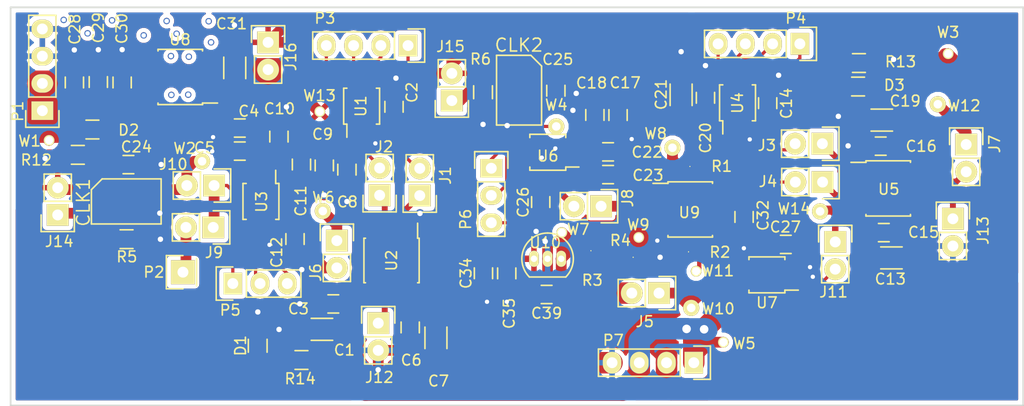
<source format=kicad_pcb>
(kicad_pcb (version 4) (host pcbnew 4.0.2-stable)
  (layers (0 F.Cu signal) (31 B.Cu signal) (34 B.Paste user) (35 F.Paste user) (36 B.SilkS user) (37 F.SilkS user) (38 B.Mask user) (39 F.Mask user) (44 Edge.Cuts user))
  (net 0 "")
  (net 1 /GND)
  (net 2 "Net-(C2-Pad1)")
  (net 3 "Net-(C4-Pad1)")
  (net 4 /VDD)
  (net 5 "Net-(C11-Pad2)")
  (net 6 "Net-(C12-Pad1)")
  (net 7 "Net-(C14-Pad1)")
  (net 8 "Net-(C17-Pad1)")
  (net 9 "Net-(C23-Pad2)")
  (net 10 "Net-(C26-Pad1)")
  (net 11 /MCLK_DDS_1)
  (net 12 /MCLK_DDS_2)
  (net 13 "Net-(D1-Pad1)")
  (net 14 "Net-(D2-Pad1)")
  (net 15 "Net-(D3-Pad1)")
  (net 16 /SDO_AD5270_1)
  (net 17 /DIN_AD5270_1)
  (net 18 /SCLK_AD5270_1)
  (net 19 /_SYNC_AD5270_1)
  (net 20 /SDO_AD5270_2)
  (net 21 /DIN_AD5270_2)
  (net 22 /SCLK_AD5270_2)
  (net 23 /_SYNC_AD5270_2)
  (net 24 /SCLK_DDS_1)
  (net 25 /SDATA_DDS_1)
  (net 26 /FSYNK_DDS_1)
  (net 27 /SCLK_DDS_2)
  (net 28 /SDATA_DDS_2)
  (net 29 /FSYNK_DDS_2)
  (net 30 /A_AD5270_1)
  (net 31 /W_AD5270_1)
  (net 32 /WAVE_DDS_1)
  (net 33 /A_AD5270_2)
  (net 34 /W_AD5270_2)
  (net 35 /WAVE_DDS_2)
  (net 36 /MODULATED_WAVE)
  (net 37 "Net-(J1-Pad1)")
  (net 38 "Net-(J2-Pad1)")
  (net 39 "Net-(J3-Pad1)")
  (net 40 "Net-(J4-Pad1)")
  (net 41 "Net-(J5-Pad2)")
  (net 42 "Net-(J7-Pad2)")
  (net 43 "Net-(J10-Pad1)")
  (net 44 "Net-(J11-Pad2)")
  (net 45 /-12V)
  (net 46 /+12V)
  (net 47 /+5V)
  (net 48 /REF_2.5V)
  (net 49 "Net-(CLK1-Pad1)")
  (net 50 "Net-(CLK2-Pad1)")
  (net 51 "Net-(J12-Pad1)")
  (net 52 "Net-(J13-Pad1)")
  (net 53 "Net-(R1-Pad1)")
  (net 54 /MODULATING_WAVE)
  (net 55 /REF_0.25V)
  (net 56 "Net-(C31-Pad1)")
  (net 57 /BASE_WAVE)
  (net 58 /FINAL_WAVE)
  (net 59 "Net-(J9-Pad2)")
  (module Pin_Headers:Pin_Header_Straight_1x02 (layer F.Cu) (at 96.94 83.47 180)
    (fp_text reference J2 (at -0.41 4.52 360) (layer F.SilkS))
    (fp_text value Jumper)
    (pad 1 thru_hole rect (at 0 0 180) (size 2.032 2.032) (drill 1.016) (layers *.Cu *.Mask F.SilkS) (net 38 "Net-(J2-Pad1)"))
    (pad 2 thru_hole oval (at 0 2.54 180) (size 2.032 2.032) (drill 1.016) (layers *.Cu *.Mask F.SilkS) (net 31 /W_AD5270_1))
  )
  (module Housings_SOIC:SOIC-8_3.9x4.9mm_Pitch1.27mm (layer F.Cu) (at 78.35 72.44 180)
    (fp_text reference U8 (at 0.03 3.48 180) (layer F.SilkS))
    (fp_text value ADP3303)
    (pad 1 smd rect (at -2.7 -1.905 180) (size 1.55 0.6) (layers F.Cu F.Paste F.Mask) (net 56 "Net-(C31-Pad1)"))
    (pad 2 smd rect (at -2.7 -0.635 180) (size 1.55 0.6) (layers F.Cu F.Paste F.Mask) (net 56 "Net-(C31-Pad1)"))
    (pad 3 smd rect (at -2.7 0.635 180) (size 1.55 0.6) (layers F.Cu F.Paste F.Mask))
    (pad 4 smd rect (at -2.7 1.905 180) (size 1.55 0.6) (layers F.Cu F.Paste F.Mask) (net 1 /GND))
    (pad 5 smd rect (at 2.7 1.905 180) (size 1.55 0.6) (layers F.Cu F.Paste F.Mask) (net 47 /+5V))
    (pad 6 smd rect (at 2.7 0.635 180) (size 1.55 0.6) (layers F.Cu F.Paste F.Mask))
    (pad 7 smd rect (at 2.7 -0.635 180) (size 1.55 0.6) (layers F.Cu F.Paste F.Mask) (net 47 /+5V))
    (pad 8 smd rect (at 2.7 -1.905 180) (size 1.55 0.6) (layers F.Cu F.Paste F.Mask) (net 47 /+5V))
  )
  (module Capacitors_SMD:C_0805_HandSoldering (layer F.Cu) (at 130.92 85.49 90)
    (fp_text reference C32 (at 0.15 1.77 270) (layer F.SilkS))
    (fp_text value 0.1uF)
    (pad 1 smd rect (at -1.25 0 90) (size 1.5 1.25) (layers F.Cu F.Paste F.Mask) (net 1 /GND))
    (pad 2 smd rect (at 1.25 0 90) (size 1.5 1.25) (layers F.Cu F.Paste F.Mask) (net 4 /VDD))
  )
  (module Foot_Prints_PCB_OSCILLATOR:KC5032A_Foot_Print (layer F.Cu) (at 73.31456 84.04352)
    (fp_text reference CLK1 (at -4.00456 0.09648 90) (layer F.SilkS) (effects (font (size 1.2 1.2))))
    (fp_text value KC5032A)
    (pad 4 smd rect (at -1.25 -1.1) (size 1.6 1.4) (layers F.Cu F.Paste F.Mask) (net 4 /VDD))
    (pad 1 smd rect (at -1.25 1.1) (size 1.6 1.4) (layers F.Cu F.Paste F.Mask) (net 49 "Net-(CLK1-Pad1)"))
    (pad 3 smd rect (at 1.25 -1.1) (size 1.6 1.4) (layers F.Cu F.Paste F.Mask) (net 11 /MCLK_DDS_1))
    (pad 2 smd rect (at 1.25 1.1) (size 1.6 1.4) (layers F.Cu F.Paste F.Mask) (net 1 /GND))
  )
  (module Foot_Prints_PCB_OSCILLATOR:KC5032A_Foot_Print (layer F.Cu) (at 109.94 73.67 270)
    (fp_text reference CLK2 (at -4.2 0.02 360) (layer F.SilkS) (effects (font (size 1.2 1.2))))
    (fp_text value KC5032A)
    (pad 4 smd rect (at -1.25 -1.1 270) (size 1.6 1.4) (layers F.Cu F.Paste F.Mask) (net 4 /VDD))
    (pad 1 smd rect (at -1.25 1.1 270) (size 1.6 1.4) (layers F.Cu F.Paste F.Mask) (net 50 "Net-(CLK2-Pad1)"))
    (pad 3 smd rect (at 1.25 -1.1 270) (size 1.6 1.4) (layers F.Cu F.Paste F.Mask) (net 12 /MCLK_DDS_2))
    (pad 2 smd rect (at 1.25 1.1 270) (size 1.6 1.4) (layers F.Cu F.Paste F.Mask) (net 1 /GND))
  )
  (module Resistors_SMD:R_0805_HandSoldering (layer F.Cu) (at 85.57 97.5 90)
    (fp_text reference D1 (at 0.01 -1.6 90) (layer F.SilkS))
    (fp_text value Led_0805)
    (pad 1 smd rect (at -1.35 0 90) (size 1.5 1.3) (layers F.Cu F.Paste F.Mask) (net 13 "Net-(D1-Pad1)"))
    (pad 2 smd rect (at 1.35 0 90) (size 1.5 1.3) (layers F.Cu F.Paste F.Mask) (net 1 /GND))
  )
  (module Resistors_SMD:R_0805_HandSoldering (layer F.Cu) (at 70.16 77.34 180)
    (fp_text reference D2 (at -3.38 -0.05 180) (layer F.SilkS))
    (fp_text value Led_0805)
    (pad 1 smd rect (at -1.35 0 180) (size 1.5 1.3) (layers F.Cu F.Paste F.Mask) (net 14 "Net-(D2-Pad1)"))
    (pad 2 smd rect (at 1.35 0 180) (size 1.5 1.3) (layers F.Cu F.Paste F.Mask) (net 47 /+5V))
  )
  (module Resistors_SMD:R_0805_HandSoldering (layer F.Cu) (at 141.55 73.33)
    (fp_text reference D3 (at 3.38 -0.13) (layer F.SilkS))
    (fp_text value Led_0805)
    (pad 1 smd rect (at -1.35 0) (size 1.5 1.3) (layers F.Cu F.Paste F.Mask) (net 15 "Net-(D3-Pad1)"))
    (pad 2 smd rect (at 1.35 0) (size 1.5 1.3) (layers F.Cu F.Paste F.Mask) (net 46 /+12V))
  )
  (module Resistors_SMD:R_0805_HandSoldering (layer F.Cu) (at 68.8 79.7)
    (fp_text reference R12 (at -3.88 0.48) (layer F.SilkS))
    (fp_text value 1K)
    (pad 1 smd rect (at -1.35 0) (size 1.5 1.3) (layers F.Cu F.Paste F.Mask) (net 1 /GND))
    (pad 2 smd rect (at 1.35 0) (size 1.5 1.3) (layers F.Cu F.Paste F.Mask) (net 14 "Net-(D2-Pad1)"))
  )
  (module Resistors_SMD:R_0805_HandSoldering (layer F.Cu) (at 141.63 71.14 180)
    (fp_text reference R13 (at -3.88 0.12 180) (layer F.SilkS))
    (fp_text value 1K)
    (pad 1 smd rect (at -1.35 0 180) (size 1.5 1.3) (layers F.Cu F.Paste F.Mask) (net 1 /GND))
    (pad 2 smd rect (at 1.35 0 180) (size 1.5 1.3) (layers F.Cu F.Paste F.Mask) (net 15 "Net-(D3-Pad1)"))
  )
  (module Resistors_SMD:R_0805_HandSoldering (layer F.Cu) (at 89.65 98.83 180)
    (fp_text reference R14 (at 0.12 -1.75 180) (layer F.SilkS))
    (fp_text value 1K)
    (pad 1 smd rect (at -1.35 0 180) (size 1.5 1.3) (layers F.Cu F.Paste F.Mask) (net 45 /-12V))
    (pad 2 smd rect (at 1.35 0 180) (size 1.5 1.3) (layers F.Cu F.Paste F.Mask) (net 13 "Net-(D1-Pad1)"))
  )
  (module Housings_SOIC:SOIC-8_3.9x4.9mm_Pitch1.27mm (layer F.Cu) (at 98.05 89.55 270)
    (fp_text reference U2 (at 0 0 270) (layer F.SilkS))
    (fp_text value AD8421)
    (pad 1 smd rect (at -2.7 -1.905 270) (size 1.55 0.6) (layers F.Cu F.Paste F.Mask) (net 1 /GND))
    (pad 2 smd rect (at -2.7 -0.635 270) (size 1.55 0.6) (layers F.Cu F.Paste F.Mask) (net 37 "Net-(J1-Pad1)"))
    (pad 3 smd rect (at -2.7 0.635 270) (size 1.55 0.6) (layers F.Cu F.Paste F.Mask) (net 38 "Net-(J2-Pad1)"))
    (pad 4 smd rect (at -2.7 1.905 270) (size 1.55 0.6) (layers F.Cu F.Paste F.Mask) (net 32 /WAVE_DDS_1))
    (pad 5 smd rect (at 2.7 1.905 270) (size 1.55 0.6) (layers F.Cu F.Paste F.Mask) (net 45 /-12V))
    (pad 6 smd rect (at 2.7 0.635 270) (size 1.55 0.6) (layers F.Cu F.Paste F.Mask) (net 51 "Net-(J12-Pad1)"))
    (pad 7 smd rect (at 2.7 -0.635 270) (size 1.55 0.6) (layers F.Cu F.Paste F.Mask) (net 41 "Net-(J5-Pad2)"))
    (pad 8 smd rect (at 2.7 -1.905 270) (size 1.55 0.6) (layers F.Cu F.Paste F.Mask) (net 46 /+12V))
  )
  (module Housings_SOIC:SOIC-8_3.9x4.9mm_Pitch1.27mm (layer F.Cu) (at 144.36 82.83)
    (fp_text reference U5 (at 0.05 0.08) (layer F.SilkS))
    (fp_text value AD8421)
    (pad 1 smd rect (at -2.7 -1.905) (size 1.55 0.6) (layers F.Cu F.Paste F.Mask) (net 1 /GND))
    (pad 2 smd rect (at -2.7 -0.635) (size 1.55 0.6) (layers F.Cu F.Paste F.Mask) (net 39 "Net-(J3-Pad1)"))
    (pad 3 smd rect (at -2.7 0.635) (size 1.55 0.6) (layers F.Cu F.Paste F.Mask) (net 40 "Net-(J4-Pad1)"))
    (pad 4 smd rect (at -2.7 1.905) (size 1.55 0.6) (layers F.Cu F.Paste F.Mask) (net 36 /MODULATED_WAVE))
    (pad 5 smd rect (at 2.7 1.905) (size 1.55 0.6) (layers F.Cu F.Paste F.Mask) (net 45 /-12V))
    (pad 6 smd rect (at 2.7 0.635) (size 1.55 0.6) (layers F.Cu F.Paste F.Mask) (net 52 "Net-(J13-Pad1)"))
    (pad 7 smd rect (at 2.7 -0.635) (size 1.55 0.6) (layers F.Cu F.Paste F.Mask) (net 42 "Net-(J7-Pad2)"))
    (pad 8 smd rect (at 2.7 -1.905) (size 1.55 0.6) (layers F.Cu F.Paste F.Mask) (net 46 /+12V))
  )
  (module Housings_SSOP:MSOP-8_3x3mm_Pitch0.65mm (layer F.Cu) (at 133.05 90.89 180)
    (fp_text reference U7 (at 0 -2.6 180) (layer F.SilkS))
    (fp_text value ADG819)
    (pad 1 smd rect (at -2.2 -0.975 180) (size 1.45 0.45) (layers F.Cu F.Paste F.Mask) (net 44 "Net-(J11-Pad2)"))
    (pad 2 smd rect (at -2.2 -0.325 180) (size 1.45 0.45) (layers F.Cu F.Paste F.Mask) (net 1 /GND))
    (pad 3 smd rect (at -2.2 0.325 180) (size 1.45 0.45) (layers F.Cu F.Paste F.Mask) (net 1 /GND))
    (pad 4 smd rect (at -2.2 0.975 180) (size 1.45 0.45) (layers F.Cu F.Paste F.Mask) (net 4 /VDD))
    (pad 5 smd rect (at 2.2 0.975 180) (size 1.45 0.45) (layers F.Cu F.Paste F.Mask))
    (pad 6 smd rect (at 2.2 0.325 180) (size 1.45 0.45) (layers F.Cu F.Paste F.Mask) (net 54 /MODULATING_WAVE))
    (pad 7 smd rect (at 2.2 -0.325 180) (size 1.45 0.45) (layers F.Cu F.Paste F.Mask))
    (pad 8 smd rect (at 2.2 -0.975 180) (size 1.45 0.45) (layers F.Cu F.Paste F.Mask) (net 57 /BASE_WAVE))
  )
  (module Measurement_Points:Measurement_Point_Round-TH_Small (layer F.Cu) (at 80.38 80.3)
    (fp_text reference W2 (at -1.62 -1.2) (layer F.SilkS))
    (fp_text value TEST_1)
    (pad 1 thru_hole circle (at 0 0) (size 1.5 1.5) (drill 0.8) (layers *.Cu *.Mask F.SilkS) (net 11 /MCLK_DDS_1))
  )
  (module Measurement_Points:Measurement_Point_Round-TH_Small (layer F.Cu) (at 113.41 77.05)
    (fp_text reference W4 (at 0 -2) (layer F.SilkS))
    (fp_text value TEST_2)
    (pad 1 thru_hole circle (at 0 0) (size 1.5 1.5) (drill 0.8) (layers *.Cu *.Mask F.SilkS) (net 12 /MCLK_DDS_2))
  )
  (module Measurement_Points:Measurement_Point_Round-TH_Small (layer F.Cu) (at 91.64 84.94)
    (fp_text reference W6 (at 0.06 -1.26) (layer F.SilkS))
    (fp_text value TEST_3)
    (pad 1 thru_hole circle (at 0 0) (size 1.5 1.5) (drill 0.8) (layers *.Cu *.Mask F.SilkS) (net 32 /WAVE_DDS_1))
  )
  (module Measurement_Points:Measurement_Point_Round-TH_Small (layer F.Cu) (at 124.24 79.04)
    (fp_text reference W8 (at -1.56 -1.32) (layer F.SilkS))
    (fp_text value TEST_4)
    (pad 1 thru_hole circle (at 0 0) (size 1.5 1.5) (drill 0.8) (layers *.Cu *.Mask F.SilkS) (net 35 /WAVE_DDS_2))
  )
  (module Measurement_Points:Measurement_Point_Round-TH_Small (layer F.Cu) (at 125.99 93.97)
    (fp_text reference W10 (at 2.53 0.08 180) (layer F.SilkS))
    (fp_text value TEST_5)
    (pad 1 thru_hole circle (at 0 0) (size 1.5 1.5) (drill 0.8) (layers *.Cu *.Mask F.SilkS) (net 57 /BASE_WAVE))
  )
  (module Measurement_Points:Measurement_Point_Round-TH_Small (layer F.Cu) (at 148.99 74.98)
    (fp_text reference W12 (at 2.45 0.14) (layer F.SilkS))
    (fp_text value TEST_6)
    (pad 1 thru_hole circle (at 0 0) (size 1.5 1.5) (drill 0.8) (layers *.Cu *.Mask F.SilkS) (net 58 /FINAL_WAVE))
  )
  (module Measurement_Points:Measurement_Point_Round-TH_Small (layer F.Cu) (at 138.01 84.97)
    (fp_text reference W14 (at -2.43 -0.24) (layer F.SilkS))
    (fp_text value TEST_7)
    (pad 1 thru_hole circle (at 0 0) (size 1.5 1.5) (drill 0.8) (layers *.Cu *.Mask F.SilkS) (net 36 /MODULATED_WAVE))
  )
  (module Housings_SSOP:MSOP-10_3x3mm_Pitch0.5mm (layer F.Cu) (at 95.26 75.16 90)
    (fp_text reference U1 (at 0 -0.07 90) (layer F.SilkS))
    (fp_text value AD5270)
    (pad 1 smd rect (at -2.2 -1 90) (size 1.4 0.3) (layers F.Cu F.Paste F.Mask) (net 4 /VDD))
    (pad 2 smd rect (at -2.2 -0.5 90) (size 1.4 0.3) (layers F.Cu F.Paste F.Mask) (net 31 /W_AD5270_1))
    (pad 3 smd rect (at -2.2 0 90) (size 1.4 0.3) (layers F.Cu F.Paste F.Mask) (net 30 /A_AD5270_1))
    (pad 4 smd rect (at -2.2 0.5 90) (size 1.4 0.3) (layers F.Cu F.Paste F.Mask) (net 1 /GND))
    (pad 5 smd rect (at -2.2 1 90) (size 1.4 0.3) (layers F.Cu F.Paste F.Mask) (net 2 "Net-(C2-Pad1)"))
    (pad 6 smd rect (at 2.2 1 90) (size 1.4 0.3) (layers F.Cu F.Paste F.Mask) (net 1 /GND))
    (pad 7 smd rect (at 2.2 0.5 90) (size 1.4 0.3) (layers F.Cu F.Paste F.Mask) (net 16 /SDO_AD5270_1))
    (pad 8 smd rect (at 2.2 0 90) (size 1.4 0.3) (layers F.Cu F.Paste F.Mask) (net 17 /DIN_AD5270_1))
    (pad 9 smd rect (at 2.2 -0.5 90) (size 1.4 0.3) (layers F.Cu F.Paste F.Mask) (net 18 /SCLK_AD5270_1))
    (pad 10 smd rect (at 2.2 -1 90) (size 1.4 0.3) (layers F.Cu F.Paste F.Mask) (net 19 /_SYNC_AD5270_1))
  )
  (module Housings_SSOP:MSOP-10_3x3mm_Pitch0.5mm (layer F.Cu) (at 85.87232 84.04352 270)
    (fp_text reference U3 (at 0.03648 -0.05768 450) (layer F.SilkS))
    (fp_text value AD9833)
    (pad 1 smd rect (at -2.2 -1 270) (size 1.4 0.3) (layers F.Cu F.Paste F.Mask) (net 5 "Net-(C11-Pad2)"))
    (pad 2 smd rect (at -2.2 -0.5 270) (size 1.4 0.3) (layers F.Cu F.Paste F.Mask) (net 4 /VDD))
    (pad 3 smd rect (at -2.2 0 270) (size 1.4 0.3) (layers F.Cu F.Paste F.Mask) (net 3 "Net-(C4-Pad1)"))
    (pad 4 smd rect (at -2.2 0.5 270) (size 1.4 0.3) (layers F.Cu F.Paste F.Mask) (net 1 /GND))
    (pad 5 smd rect (at -2.2 1 270) (size 1.4 0.3) (layers F.Cu F.Paste F.Mask) (net 43 "Net-(J10-Pad1)"))
    (pad 6 smd rect (at 2.2 1 270) (size 1.4 0.3) (layers F.Cu F.Paste F.Mask) (net 25 /SDATA_DDS_1))
    (pad 7 smd rect (at 2.2 0.5 270) (size 1.4 0.3) (layers F.Cu F.Paste F.Mask) (net 24 /SCLK_DDS_1))
    (pad 8 smd rect (at 2.2 0 270) (size 1.4 0.3) (layers F.Cu F.Paste F.Mask) (net 26 /FSYNK_DDS_1))
    (pad 9 smd rect (at 2.2 -0.5 270) (size 1.4 0.3) (layers F.Cu F.Paste F.Mask) (net 1 /GND))
    (pad 10 smd rect (at 2.2 -1 270) (size 1.4 0.3) (layers F.Cu F.Paste F.Mask) (net 6 "Net-(C12-Pad1)"))
  )
  (module Housings_SSOP:MSOP-10_3x3mm_Pitch0.5mm (layer F.Cu) (at 130.31 74.85 90)
    (fp_text reference U4 (at -0.01 0 90) (layer F.SilkS))
    (fp_text value AD5270)
    (pad 1 smd rect (at -2.2 -1 90) (size 1.4 0.3) (layers F.Cu F.Paste F.Mask) (net 4 /VDD))
    (pad 2 smd rect (at -2.2 -0.5 90) (size 1.4 0.3) (layers F.Cu F.Paste F.Mask) (net 34 /W_AD5270_2))
    (pad 3 smd rect (at -2.2 0 90) (size 1.4 0.3) (layers F.Cu F.Paste F.Mask) (net 33 /A_AD5270_2))
    (pad 4 smd rect (at -2.2 0.5 90) (size 1.4 0.3) (layers F.Cu F.Paste F.Mask) (net 1 /GND))
    (pad 5 smd rect (at -2.2 1 90) (size 1.4 0.3) (layers F.Cu F.Paste F.Mask) (net 7 "Net-(C14-Pad1)"))
    (pad 6 smd rect (at 2.2 1 90) (size 1.4 0.3) (layers F.Cu F.Paste F.Mask) (net 1 /GND))
    (pad 7 smd rect (at 2.2 0.5 90) (size 1.4 0.3) (layers F.Cu F.Paste F.Mask) (net 20 /SDO_AD5270_2))
    (pad 8 smd rect (at 2.2 0 90) (size 1.4 0.3) (layers F.Cu F.Paste F.Mask) (net 21 /DIN_AD5270_2))
    (pad 9 smd rect (at 2.2 -0.5 90) (size 1.4 0.3) (layers F.Cu F.Paste F.Mask) (net 22 /SCLK_AD5270_2))
    (pad 10 smd rect (at 2.2 -1 90) (size 1.4 0.3) (layers F.Cu F.Paste F.Mask) (net 23 /_SYNC_AD5270_2))
  )
  (module Housings_SSOP:MSOP-10_3x3mm_Pitch0.5mm (layer F.Cu) (at 112.62 79.46 180)
    (fp_text reference U6 (at 0 -0.35 180) (layer F.SilkS))
    (fp_text value AD9833)
    (pad 1 smd rect (at -2.2 -1 180) (size 1.4 0.3) (layers F.Cu F.Paste F.Mask) (net 9 "Net-(C23-Pad2)"))
    (pad 2 smd rect (at -2.2 -0.5 180) (size 1.4 0.3) (layers F.Cu F.Paste F.Mask) (net 4 /VDD))
    (pad 3 smd rect (at -2.2 0 180) (size 1.4 0.3) (layers F.Cu F.Paste F.Mask) (net 8 "Net-(C17-Pad1)"))
    (pad 4 smd rect (at -2.2 0.5 180) (size 1.4 0.3) (layers F.Cu F.Paste F.Mask) (net 1 /GND))
    (pad 5 smd rect (at -2.2 1 180) (size 1.4 0.3) (layers F.Cu F.Paste F.Mask) (net 12 /MCLK_DDS_2))
    (pad 6 smd rect (at 2.2 1 180) (size 1.4 0.3) (layers F.Cu F.Paste F.Mask) (net 28 /SDATA_DDS_2))
    (pad 7 smd rect (at 2.2 0.5 180) (size 1.4 0.3) (layers F.Cu F.Paste F.Mask) (net 27 /SCLK_DDS_2))
    (pad 8 smd rect (at 2.2 0 180) (size 1.4 0.3) (layers F.Cu F.Paste F.Mask) (net 29 /FSYNK_DDS_2))
    (pad 9 smd rect (at 2.2 -0.5 180) (size 1.4 0.3) (layers F.Cu F.Paste F.Mask) (net 1 /GND))
    (pad 10 smd rect (at 2.2 -1 180) (size 1.4 0.3) (layers F.Cu F.Paste F.Mask) (net 10 "Net-(C26-Pad1)"))
  )
  (module Resistors_SMD:R_0805_HandSoldering (layer F.Cu) (at 125.87 80.78 180)
    (fp_text reference R1 (at -2.96 0.01 360) (layer F.SilkS))
    (fp_text value 1K)
    (pad 1 smd rect (at -1 0 180) (size 1 1) (layers F.Cu F.Paste F.Mask) (net 53 "Net-(R1-Pad1)"))
    (pad 2 smd rect (at 1 0 180) (size 1 1) (layers F.Cu F.Paste F.Mask) (net 35 /WAVE_DDS_2))
  )
  (module Resistors_SMD:R_0805_HandSoldering (layer F.Cu) (at 125.74 88.74 180)
    (fp_text reference R2 (at -2.93 -0.04 360) (layer F.SilkS))
    (fp_text value 100K)
    (pad 1 smd rect (at -1 0 180) (size 1 1) (layers F.Cu F.Paste F.Mask) (net 54 /MODULATING_WAVE))
    (pad 2 smd rect (at 1 0 180) (size 1 1) (layers F.Cu F.Paste F.Mask) (net 53 "Net-(R1-Pad1)"))
  )
  (module Resistors_SMD:R_0805_HandSoldering (layer F.Cu) (at 116.64 88.64 270)
    (fp_text reference R3 (at 2.75 -0.13 360) (layer F.SilkS))
    (fp_text value 1K)
    (pad 1 smd rect (at -1 0 270) (size 1 1) (layers F.Cu F.Paste F.Mask) (net 48 /REF_2.5V))
    (pad 2 smd rect (at 1 0 270) (size 1 1) (layers F.Cu F.Paste F.Mask) (net 55 /REF_0.25V))
  )
  (module Housings_SOIC:SOIC-8_3.9x4.9mm_Pitch1.27mm (layer F.Cu) (at 125.9 84.79)
    (fp_text reference U9 (at -0.08 0.29) (layer F.SilkS))
    (fp_text value AD8651)
    (pad 1 smd rect (at -2.7 -1.905) (size 1.55 0.6) (layers F.Cu F.Paste F.Mask))
    (pad 2 smd rect (at -2.7 -0.635) (size 1.55 0.6) (layers F.Cu F.Paste F.Mask) (net 53 "Net-(R1-Pad1)"))
    (pad 3 smd rect (at -2.7 0.635) (size 1.55 0.6) (layers F.Cu F.Paste F.Mask) (net 55 /REF_0.25V))
    (pad 4 smd rect (at -2.7 1.905) (size 1.55 0.6) (layers F.Cu F.Paste F.Mask) (net 1 /GND))
    (pad 5 smd rect (at 2.7 1.905) (size 1.55 0.6) (layers F.Cu F.Paste F.Mask))
    (pad 6 smd rect (at 2.7 0.635) (size 1.55 0.6) (layers F.Cu F.Paste F.Mask) (net 54 /MODULATING_WAVE))
    (pad 7 smd rect (at 2.7 -0.635) (size 1.55 0.6) (layers F.Cu F.Paste F.Mask) (net 4 /VDD))
    (pad 8 smd rect (at 2.7 -1.905) (size 1.55 0.6) (layers F.Cu F.Paste F.Mask))
  )
  (module TO_SOT_Packages_THT:TO-92_Inline_Narrow_Oval (layer F.Cu) (at 111.33 89.39)
    (fp_text reference U10 (at 1.05 -1.5) (layer F.SilkS))
    (fp_text value ADR291)
    (pad 2 thru_hole oval (at 1.27 0 180) (size 0.89916 1.50114) (drill 0.6) (layers *.Cu *.Mask F.SilkS) (net 1 /GND))
    (pad 3 thru_hole oval (at 2.54 0 180) (size 0.89916 1.50114) (drill 0.6) (layers *.Cu *.Mask F.SilkS) (net 48 /REF_2.5V))
    (pad 1 thru_hole oval (at 0 0 180) (size 0.89916 1.50114) (drill 0.6) (layers *.Cu *.Mask F.SilkS) (net 4 /VDD))
  )
  (module Resistors_SMD:R_0805_HandSoldering (layer F.Cu) (at 120.58 89.25)
    (fp_text reference R4 (at -1.19 -1.57) (layer F.SilkS))
    (fp_text value 10K)
    (pad 1 smd rect (at -1 0) (size 1 1) (layers F.Cu F.Paste F.Mask) (net 55 /REF_0.25V))
    (pad 2 smd rect (at 1 0) (size 1 1) (layers F.Cu F.Paste F.Mask) (net 1 /GND))
  )
  (module Measurement_Points:Measurement_Point_Round-TH_Small (layer F.Cu) (at 66.12 78.35)
    (fp_text reference W1 (at -1.82 0.06) (layer F.SilkS))
    (fp_text value TEST_8)
    (pad 1 thru_hole circle (at 0 0) (size 1 1) (drill 0.762) (layers *.Cu *.Mask F.SilkS) (net 47 /+5V))
  )
  (module Measurement_Points:Measurement_Point_Round-TH_Small (layer F.Cu) (at 149.95 70.27)
    (fp_text reference W3 (at 0 -2) (layer F.SilkS))
    (fp_text value TEST_9)
    (pad 1 thru_hole circle (at 0 0) (size 1 1) (drill 0.762) (layers *.Cu *.Mask F.SilkS) (net 46 /+12V))
  )
  (module Measurement_Points:Measurement_Point_Round-TH_Small (layer F.Cu) (at 128.99 97.17)
    (fp_text reference W5 (at 1.96 0.12) (layer F.SilkS))
    (fp_text value TEST_10)
    (pad 1 thru_hole circle (at 0 0) (size 1 1) (drill 0.762) (layers *.Cu *.Mask F.SilkS) (net 45 /-12V))
  )
  (module Measurement_Points:Measurement_Point_Round-TH_Small (layer F.Cu) (at 113.93 86.94)
    (fp_text reference W7 (at 1.53 -0.29) (layer F.SilkS))
    (fp_text value TEST_11)
    (pad 1 thru_hole circle (at 0 0) (size 1 1) (drill 0.762) (layers *.Cu *.Mask F.SilkS) (net 48 /REF_2.5V))
  )
  (module Measurement_Points:Measurement_Point_Round-TH_Small (layer F.Cu) (at 121.1 87.4)
    (fp_text reference W9 (at -0.04 -1.18) (layer F.SilkS))
    (fp_text value TEST_12)
    (pad 1 thru_hole circle (at 0 0) (size 1 1) (drill 0.762) (layers *.Cu *.Mask F.SilkS) (net 55 /REF_0.25V))
  )
  (module Measurement_Points:Measurement_Point_Round-TH_Small (layer F.Cu) (at 126.45 90.55)
    (fp_text reference W11 (at 2.02 -0.04 180) (layer F.SilkS))
    (fp_text value TEST_13)
    (pad 1 thru_hole circle (at 0 0) (size 1 1) (drill 0.762) (layers *.Cu *.Mask F.SilkS) (net 54 /MODULATING_WAVE))
  )
  (module Measurement_Points:Measurement_Point_Round-TH_Small (layer F.Cu) (at 91.36 75.67)
    (fp_text reference W13 (at -0.02 -1.49) (layer F.SilkS))
    (fp_text value TEST_14)
    (pad 1 thru_hole circle (at 0 0) (size 1 1) (drill 0.762) (layers *.Cu *.Mask F.SilkS) (net 4 /VDD))
  )
  (module Socket_Strips:Socket_Strip_Straight_1x01 (layer F.Cu) (at 78.6003 90.6399)
    (fp_text reference P2 (at -2.7051 0) (layer F.SilkS))
    (fp_text value MCLK_EXTERNAL)
    (pad 1 thru_hole rect (at 0 0) (size 2.2352 2.2352) (drill 1.016) (layers *.Cu *.Mask F.SilkS) (net 59 "Net-(J9-Pad2)"))
  )
  (module Socket_Strips:Socket_Strip_Straight_1x04 (layer F.Cu) (at 99.59 69.51 180)
    (fp_text reference P3 (at 7.75 2.55 180) (layer F.SilkS))
    (fp_text value SPI_AD5270_1)
    (pad 1 thru_hole rect (at 0 0 180) (size 1.7272 2.032) (drill 1.016) (layers *.Cu *.Mask F.SilkS) (net 16 /SDO_AD5270_1))
    (pad 2 thru_hole oval (at 2.54 0 180) (size 1.7272 2.032) (drill 1.016) (layers *.Cu *.Mask F.SilkS) (net 17 /DIN_AD5270_1))
    (pad 3 thru_hole oval (at 5.08 0 180) (size 1.7272 2.032) (drill 1.016) (layers *.Cu *.Mask F.SilkS) (net 18 /SCLK_AD5270_1))
    (pad 4 thru_hole oval (at 7.62 0 180) (size 1.7272 2.032) (drill 1.016) (layers *.Cu *.Mask F.SilkS) (net 19 /_SYNC_AD5270_1))
  )
  (module Socket_Strips:Socket_Strip_Straight_1x04 (layer F.Cu) (at 136.12 69.35 180)
    (fp_text reference P4 (at 0.38 2.39 180) (layer F.SilkS))
    (fp_text value SPI_AD5270_2)
    (pad 1 thru_hole rect (at 0 0 180) (size 1.7272 2.032) (drill 1.016) (layers *.Cu *.Mask F.SilkS) (net 20 /SDO_AD5270_2))
    (pad 2 thru_hole oval (at 2.54 0 180) (size 1.7272 2.032) (drill 1.016) (layers *.Cu *.Mask F.SilkS) (net 21 /DIN_AD5270_2))
    (pad 3 thru_hole oval (at 5.08 0 180) (size 1.7272 2.032) (drill 1.016) (layers *.Cu *.Mask F.SilkS) (net 22 /SCLK_AD5270_2))
    (pad 4 thru_hole oval (at 7.62 0 180) (size 1.7272 2.032) (drill 1.016) (layers *.Cu *.Mask F.SilkS) (net 23 /_SYNC_AD5270_2))
  )
  (module Socket_Strips:Socket_Strip_Straight_1x03 (layer F.Cu) (at 83.25 91.7)
    (fp_text reference P5 (at -0.24 2.48) (layer F.SilkS))
    (fp_text value SPI_AD9833_1)
    (pad 1 thru_hole rect (at 0 0) (size 1.7272 2.032) (drill 1.016) (layers *.Cu *.Mask F.SilkS) (net 25 /SDATA_DDS_1))
    (pad 2 thru_hole oval (at 2.54 0) (size 1.7272 2.032) (drill 1.016) (layers *.Cu *.Mask F.SilkS) (net 24 /SCLK_DDS_1))
    (pad 3 thru_hole oval (at 5.08 0) (size 1.7272 2.032) (drill 1.016) (layers *.Cu *.Mask F.SilkS) (net 26 /FSYNK_DDS_1))
  )
  (module Socket_Strips:Socket_Strip_Straight_1x03 (layer F.Cu) (at 107.35 80.95 270)
    (fp_text reference P6 (at 4.76 2.39 270) (layer F.SilkS))
    (fp_text value SPI_AD9833_2)
    (pad 1 thru_hole rect (at 0 0 270) (size 1.7272 2.032) (drill 1.016) (layers *.Cu *.Mask F.SilkS) (net 28 /SDATA_DDS_2))
    (pad 2 thru_hole oval (at 2.54 0 270) (size 1.7272 2.032) (drill 1.016) (layers *.Cu *.Mask F.SilkS) (net 27 /SCLK_DDS_2))
    (pad 3 thru_hole oval (at 5.08 0 270) (size 1.7272 2.032) (drill 1.016) (layers *.Cu *.Mask F.SilkS) (net 29 /FSYNK_DDS_2))
  )
  (module Resistors_SMD:R_0805_HandSoldering (layer F.Cu) (at 73.3425 87.56396 180)
    (fp_text reference R5 (at -0.0275 -1.64604 180) (layer F.SilkS))
    (fp_text value 10K)
    (pad 1 smd rect (at -1.35 0 180) (size 1.5 1.3) (layers F.Cu F.Paste F.Mask) (net 1 /GND))
    (pad 2 smd rect (at 1.35 0 180) (size 1.5 1.3) (layers F.Cu F.Paste F.Mask) (net 49 "Net-(CLK1-Pad1)"))
  )
  (module Resistors_SMD:R_0805_HandSoldering (layer F.Cu) (at 106.58 73.86 90)
    (fp_text reference R6 (at 3.09 -0.23 180) (layer F.SilkS))
    (fp_text value 10K)
    (pad 1 smd rect (at -1.35 0 90) (size 1.5 1.3) (layers F.Cu F.Paste F.Mask) (net 1 /GND))
    (pad 2 smd rect (at 1.35 0 90) (size 1.5 1.3) (layers F.Cu F.Paste F.Mask) (net 50 "Net-(CLK2-Pad1)"))
  )
  (module Capacitors_SMD:C_0805_HandSoldering (layer F.Cu) (at 98.28 75.22 90)
    (fp_text reference C2 (at 1.34 1.67 90) (layer F.SilkS))
    (fp_text value 1uF)
    (pad 1 smd rect (at -1.25 0 90) (size 1.5 1.25) (layers F.Cu F.Paste F.Mask) (net 2 "Net-(C2-Pad1)"))
    (pad 2 smd rect (at 1.25 0 90) (size 1.5 1.25) (layers F.Cu F.Paste F.Mask) (net 1 /GND))
  )
  (module Capacitors_SMD:C_0805_HandSoldering (layer F.Cu) (at 92.62 93.6 180)
    (fp_text reference C3 (at 3.25 -0.46 180) (layer F.SilkS))
    (fp_text value 0.1uF)
    (pad 1 smd rect (at -1.25 0 180) (size 1.5 1.25) (layers F.Cu F.Paste F.Mask) (net 45 /-12V))
    (pad 2 smd rect (at 1.25 0 180) (size 1.5 1.25) (layers F.Cu F.Paste F.Mask) (net 1 /GND))
  )
  (module Capacitors_SMD:C_0805_HandSoldering (layer F.Cu) (at 83.9 79.35 180)
    (fp_text reference C5 (at 3.29 0.31 180) (layer F.SilkS))
    (fp_text value 0.1uF)
    (pad 1 smd rect (at -1.25 0 180) (size 1.5 1.25) (layers F.Cu F.Paste F.Mask) (net 3 "Net-(C4-Pad1)"))
    (pad 2 smd rect (at 1.25 0 180) (size 1.5 1.25) (layers F.Cu F.Paste F.Mask) (net 1 /GND))
  )
  (module Capacitors_SMD:C_0805_HandSoldering (layer F.Cu) (at 99.79 95.79 90)
    (fp_text reference C6 (at -3.05 0.1 180) (layer F.SilkS))
    (fp_text value 0.1uF)
    (pad 1 smd rect (at -1.25 0 90) (size 1.5 1.25) (layers F.Cu F.Paste F.Mask) (net 1 /GND))
    (pad 2 smd rect (at 1.25 0 90) (size 1.5 1.25) (layers F.Cu F.Paste F.Mask) (net 46 /+12V))
  )
  (module Capacitors_SMD:C_0805_HandSoldering (layer F.Cu) (at 93.89 81.08 270)
    (fp_text reference C8 (at 3.01 -0.04 360) (layer F.SilkS))
    (fp_text value 0.1uF)
    (pad 1 smd rect (at -1.25 0 270) (size 1.5 1.25) (layers F.Cu F.Paste F.Mask) (net 4 /VDD))
    (pad 2 smd rect (at 1.25 0 270) (size 1.5 1.25) (layers F.Cu F.Paste F.Mask) (net 1 /GND))
  )
  (module Capacitors_SMD:C_0805_HandSoldering (layer F.Cu) (at 91.78 80.69 270)
    (fp_text reference C9 (at -2.91 0.16 360) (layer F.SilkS))
    (fp_text value 10uF)
    (pad 1 smd rect (at -1.25 0 270) (size 1.5 1.25) (layers F.Cu F.Paste F.Mask) (net 4 /VDD))
    (pad 2 smd rect (at 1.25 0 270) (size 1.5 1.25) (layers F.Cu F.Paste F.Mask) (net 1 /GND))
  )
  (module Capacitors_SMD:C_0805_HandSoldering (layer F.Cu) (at 87.55 78 90)
    (fp_text reference C10 (at 2.6 0.05 180) (layer F.SilkS))
    (fp_text value 0.1uF)
    (pad 1 smd rect (at -1.25 0 90) (size 1.5 1.25) (layers F.Cu F.Paste F.Mask) (net 4 /VDD))
    (pad 2 smd rect (at 1.25 0 90) (size 1.5 1.25) (layers F.Cu F.Paste F.Mask) (net 1 /GND))
  )
  (module Capacitors_SMD:C_0805_HandSoldering (layer F.Cu) (at 89.65 80.6 270)
    (fp_text reference C11 (at 3.4 0.06 450) (layer F.SilkS))
    (fp_text value 0.01uF)
    (pad 1 smd rect (at -1.25 0 270) (size 1.5 1.25) (layers F.Cu F.Paste F.Mask) (net 4 /VDD))
    (pad 2 smd rect (at 1.25 0 270) (size 1.5 1.25) (layers F.Cu F.Paste F.Mask) (net 5 "Net-(C11-Pad2)"))
  )
  (module Capacitors_SMD:C_0805_HandSoldering (layer F.Cu) (at 89.05 87.55 270)
    (fp_text reference C12 (at 1.25 1.71 450) (layer F.SilkS))
    (fp_text value 20pF)
    (pad 1 smd rect (at -1.25 0 270) (size 1.5 1.25) (layers F.Cu F.Paste F.Mask) (net 6 "Net-(C12-Pad1)"))
    (pad 2 smd rect (at 1.25 0 270) (size 1.5 1.25) (layers F.Cu F.Paste F.Mask) (net 1 /GND))
  )
  (module Capacitors_SMD:C_0805_HandSoldering (layer F.Cu) (at 133.12 74.88 90)
    (fp_text reference C14 (at -0.03 1.75 90) (layer F.SilkS))
    (fp_text value 1uF)
    (pad 1 smd rect (at -1.25 0 90) (size 1.5 1.25) (layers F.Cu F.Paste F.Mask) (net 7 "Net-(C14-Pad1)"))
    (pad 2 smd rect (at 1.25 0 90) (size 1.5 1.25) (layers F.Cu F.Paste F.Mask) (net 1 /GND))
  )
  (module Capacitors_SMD:C_0805_HandSoldering (layer F.Cu) (at 143.95 86.95 180)
    (fp_text reference C15 (at -3.71 0.03 180) (layer F.SilkS))
    (fp_text value 0.1uF)
    (pad 1 smd rect (at -1.25 0 180) (size 1.5 1.25) (layers F.Cu F.Paste F.Mask) (net 45 /-12V))
    (pad 2 smd rect (at 1.25 0 180) (size 1.5 1.25) (layers F.Cu F.Paste F.Mask) (net 1 /GND))
  )
  (module Capacitors_SMD:C_0805_HandSoldering (layer F.Cu) (at 143.66 78.89)
    (fp_text reference C16 (at 3.78 0.01) (layer F.SilkS))
    (fp_text value 0.1uF)
    (pad 1 smd rect (at -1.25 0) (size 1.5 1.25) (layers F.Cu F.Paste F.Mask) (net 1 /GND))
    (pad 2 smd rect (at 1.25 0) (size 1.5 1.25) (layers F.Cu F.Paste F.Mask) (net 46 /+12V))
  )
  (module Capacitors_SMD:C_0805_HandSoldering (layer F.Cu) (at 119.17 75.99 90)
    (fp_text reference C17 (at 3.01 0.66 360) (layer F.SilkS))
    (fp_text value 10uF)
    (pad 1 smd rect (at -1.25 0 90) (size 1.5 1.25) (layers F.Cu F.Paste F.Mask) (net 8 "Net-(C17-Pad1)"))
    (pad 2 smd rect (at 1.25 0 90) (size 1.5 1.25) (layers F.Cu F.Paste F.Mask) (net 1 /GND))
  )
  (module Capacitors_SMD:C_0805_HandSoldering (layer F.Cu) (at 117.01 75.98 90)
    (fp_text reference C18 (at 2.98 -0.31 180) (layer F.SilkS))
    (fp_text value 0.1uF)
    (pad 1 smd rect (at -1.25 0 90) (size 1.5 1.25) (layers F.Cu F.Paste F.Mask) (net 8 "Net-(C17-Pad1)"))
    (pad 2 smd rect (at 1.25 0 90) (size 1.5 1.25) (layers F.Cu F.Paste F.Mask) (net 1 /GND))
  )
  (module Capacitors_SMD:C_0805_HandSoldering (layer F.Cu) (at 127.32 74.38 90)
    (fp_text reference C20 (at -3.74 0 90) (layer F.SilkS))
    (fp_text value 0.1uF)
    (pad 1 smd rect (at -1.25 0 90) (size 1.5 1.25) (layers F.Cu F.Paste F.Mask) (net 4 /VDD))
    (pad 2 smd rect (at 1.25 0 90) (size 1.5 1.25) (layers F.Cu F.Paste F.Mask) (net 1 /GND))
  )
  (module Capacitors_SMD:C_1206_HandSoldering (layer F.Cu) (at 125.05 74.1 90)
    (fp_text reference C21 (at 0.03 -1.86 90) (layer F.SilkS))
    (fp_text value 10uF)
    (pad 1 smd rect (at -2 0 90) (size 2 1.6) (layers F.Cu F.Paste F.Mask) (net 4 /VDD))
    (pad 2 smd rect (at 2 0 90) (size 2 1.6) (layers F.Cu F.Paste F.Mask) (net 1 /GND))
  )
  (module Capacitors_SMD:C_0805_HandSoldering (layer F.Cu) (at 118.24 79.42)
    (fp_text reference C22 (at 3.64 0.03) (layer F.SilkS))
    (fp_text value 0.1uF)
    (pad 1 smd rect (at -1.25 0) (size 1.5 1.25) (layers F.Cu F.Paste F.Mask) (net 4 /VDD))
    (pad 2 smd rect (at 1.25 0) (size 1.5 1.25) (layers F.Cu F.Paste F.Mask) (net 1 /GND))
  )
  (module Capacitors_SMD:C_0805_HandSoldering (layer F.Cu) (at 118.24 81.54 180)
    (fp_text reference C23 (at -3.72 -0.07 180) (layer F.SilkS))
    (fp_text value 0.01uF)
    (pad 1 smd rect (at -1.25 0 180) (size 1.5 1.25) (layers F.Cu F.Paste F.Mask) (net 4 /VDD))
    (pad 2 smd rect (at 1.25 0 180) (size 1.5 1.25) (layers F.Cu F.Paste F.Mask) (net 9 "Net-(C23-Pad2)"))
  )
  (module Capacitors_SMD:C_0805_HandSoldering (layer F.Cu) (at 73.51776 80.60944)
    (fp_text reference C24 (at 0.74224 -1.64944) (layer F.SilkS))
    (fp_text value 0.1uF)
    (pad 1 smd rect (at -1.25 0) (size 1.5 1.25) (layers F.Cu F.Paste F.Mask) (net 4 /VDD))
    (pad 2 smd rect (at 1.25 0) (size 1.5 1.25) (layers F.Cu F.Paste F.Mask) (net 1 /GND))
  )
  (module Capacitors_SMD:C_0805_HandSoldering (layer F.Cu) (at 113.37 73.72 270)
    (fp_text reference C25 (at -2.92 -0.18 360) (layer F.SilkS))
    (fp_text value 0.1uF)
    (pad 1 smd rect (at -1.25 0 270) (size 1.5 1.25) (layers F.Cu F.Paste F.Mask) (net 4 /VDD))
    (pad 2 smd rect (at 1.25 0 270) (size 1.5 1.25) (layers F.Cu F.Paste F.Mask) (net 1 /GND))
  )
  (module Capacitors_SMD:C_0805_HandSoldering (layer F.Cu) (at 111.96 84.1 270)
    (fp_text reference C26 (at 0.02 1.64 270) (layer F.SilkS))
    (fp_text value 20pF)
    (pad 1 smd rect (at -1.25 0 270) (size 1.5 1.25) (layers F.Cu F.Paste F.Mask) (net 10 "Net-(C26-Pad1)"))
    (pad 2 smd rect (at 1.25 0 270) (size 1.5 1.25) (layers F.Cu F.Paste F.Mask) (net 1 /GND))
  )
  (module Capacitors_SMD:C_0805_HandSoldering (layer F.Cu) (at 134.81 88.05)
    (fp_text reference C27 (at -0.04 -1.62) (layer F.SilkS))
    (fp_text value 0.1uF)
    (pad 1 smd rect (at -1.25 0) (size 1.5 1.25) (layers F.Cu F.Paste F.Mask) (net 1 /GND))
    (pad 2 smd rect (at 1.25 0) (size 1.5 1.25) (layers F.Cu F.Paste F.Mask) (net 4 /VDD))
  )
  (module Capacitors_SMD:C_0805_HandSoldering (layer F.Cu) (at 68.48 72.95 90)
    (fp_text reference C28 (at 4.96 0.04 90) (layer F.SilkS))
    (fp_text value 0.1uF)
    (pad 1 smd rect (at -1.25 0 90) (size 1.5 1.25) (layers F.Cu F.Paste F.Mask) (net 47 /+5V))
    (pad 2 smd rect (at 1.25 0 90) (size 1.5 1.25) (layers F.Cu F.Paste F.Mask) (net 1 /GND))
  )
  (module Capacitors_SMD:C_0805_HandSoldering (layer F.Cu) (at 70.71 72.91 90)
    (fp_text reference C29 (at 5.06 0 90) (layer F.SilkS))
    (fp_text value 10uF)
    (pad 1 smd rect (at -1.25 0 90) (size 1.5 1.25) (layers F.Cu F.Paste F.Mask) (net 47 /+5V))
    (pad 2 smd rect (at 1.25 0 90) (size 1.5 1.25) (layers F.Cu F.Paste F.Mask) (net 1 /GND))
  )
  (module Capacitors_SMD:C_0805_HandSoldering (layer F.Cu) (at 106.62 90.74 270)
    (fp_text reference C34 (at 0.01 1.63 270) (layer F.SilkS))
    (fp_text value 10uF)
    (pad 1 smd rect (at -1.25 0 270) (size 1.5 1.25) (layers F.Cu F.Paste F.Mask) (net 4 /VDD))
    (pad 2 smd rect (at 1.25 0 270) (size 1.5 1.25) (layers F.Cu F.Paste F.Mask) (net 1 /GND))
  )
  (module Capacitors_SMD:C_0805_HandSoldering (layer F.Cu) (at 108.79 90.75 270)
    (fp_text reference C35 (at 3.74 -0.23 270) (layer F.SilkS))
    (fp_text value 0.1uF)
    (pad 1 smd rect (at -1.25 0 270) (size 1.5 1.25) (layers F.Cu F.Paste F.Mask) (net 4 /VDD))
    (pad 2 smd rect (at 1.25 0 270) (size 1.5 1.25) (layers F.Cu F.Paste F.Mask) (net 1 /GND))
  )
  (module Capacitors_SMD:C_0805_HandSoldering (layer F.Cu) (at 112.51 92.72 180)
    (fp_text reference C39 (at 0 -1.75 180) (layer F.SilkS))
    (fp_text value 0.1uF)
    (pad 1 smd rect (at -1.25 0 180) (size 1.5 1.25) (layers F.Cu F.Paste F.Mask) (net 48 /REF_2.5V))
    (pad 2 smd rect (at 1.25 0 180) (size 1.5 1.25) (layers F.Cu F.Paste F.Mask) (net 1 /GND))
  )
  (module Pin_Headers:Pin_Header_Straight_1x02 (layer F.Cu) (at 100.68 83.5 180)
    (fp_text reference J1 (at -2.39 1.88 270) (layer F.SilkS))
    (fp_text value Jumper)
    (pad 1 thru_hole rect (at 0 0 180) (size 2.032 2.032) (drill 1.016) (layers *.Cu *.Mask F.SilkS) (net 37 "Net-(J1-Pad1)"))
    (pad 2 thru_hole oval (at 0 2.54 180) (size 2.032 2.032) (drill 1.016) (layers *.Cu *.Mask F.SilkS) (net 30 /A_AD5270_1))
  )
  (module Pin_Headers:Pin_Header_Straight_1x02 (layer F.Cu) (at 138.22 78.66 270)
    (fp_text reference J3 (at 0.16 5.17 360) (layer F.SilkS))
    (fp_text value Jumper)
    (pad 1 thru_hole rect (at 0 0 270) (size 2.032 2.032) (drill 1.016) (layers *.Cu *.Mask F.SilkS) (net 39 "Net-(J3-Pad1)"))
    (pad 2 thru_hole oval (at 0 2.54 270) (size 2.032 2.032) (drill 1.016) (layers *.Cu *.Mask F.SilkS) (net 33 /A_AD5270_2))
  )
  (module Pin_Headers:Pin_Header_Straight_1x02 (layer F.Cu) (at 138.24 82.24 270)
    (fp_text reference J4 (at -0.05 5.1 360) (layer F.SilkS))
    (fp_text value Jumper)
    (pad 1 thru_hole rect (at 0 0 270) (size 2.032 2.032) (drill 1.016) (layers *.Cu *.Mask F.SilkS) (net 40 "Net-(J4-Pad1)"))
    (pad 2 thru_hole oval (at 0 2.54 270) (size 2.032 2.032) (drill 1.016) (layers *.Cu *.Mask F.SilkS) (net 34 /W_AD5270_2))
  )
  (module Pin_Headers:Pin_Header_Straight_1x02 (layer F.Cu) (at 122.99 92.59 270)
    (fp_text reference J5 (at 2.66 1.33 360) (layer F.SilkS))
    (fp_text value Jumper)
    (pad 1 thru_hole rect (at 0 0 270) (size 2.032 2.032) (drill 1.016) (layers *.Cu *.Mask F.SilkS) (net 57 /BASE_WAVE))
    (pad 2 thru_hole oval (at 0 2.54 270) (size 2.032 2.032) (drill 1.016) (layers *.Cu *.Mask F.SilkS) (net 41 "Net-(J5-Pad2)"))
  )
  (module Pin_Headers:Pin_Header_Straight_1x02 (layer F.Cu) (at 92.95 87.7)
    (fp_text reference J6 (at -1.98 2.97 270) (layer F.SilkS))
    (fp_text value Jumper)
    (pad 1 thru_hole rect (at 0 0) (size 2.032 2.032) (drill 1.016) (layers *.Cu *.Mask F.SilkS) (net 32 /WAVE_DDS_1))
    (pad 2 thru_hole oval (at 0 2.54) (size 2.032 2.032) (drill 1.016) (layers *.Cu *.Mask F.SilkS) (net 6 "Net-(C12-Pad1)"))
  )
  (module Pin_Headers:Pin_Header_Straight_1x02 (layer F.Cu) (at 151.63 78.74)
    (fp_text reference J7 (at 2.65 -0.06 90) (layer F.SilkS))
    (fp_text value Jumper)
    (pad 1 thru_hole rect (at 0 0) (size 2.032 2.032) (drill 1.016) (layers *.Cu *.Mask F.SilkS) (net 58 /FINAL_WAVE))
    (pad 2 thru_hole oval (at 0 2.54) (size 2.032 2.032) (drill 1.016) (layers *.Cu *.Mask F.SilkS) (net 42 "Net-(J7-Pad2)"))
  )
  (module Pin_Headers:Pin_Header_Straight_1x02 (layer F.Cu) (at 117.59 84.49 270)
    (fp_text reference J8 (at -0.76 -2.47 270) (layer F.SilkS))
    (fp_text value Jumper)
    (pad 1 thru_hole rect (at 0 0 270) (size 2.032 2.032) (drill 1.016) (layers *.Cu *.Mask F.SilkS) (net 35 /WAVE_DDS_2))
    (pad 2 thru_hole oval (at 0 2.54 270) (size 2.032 2.032) (drill 1.016) (layers *.Cu *.Mask F.SilkS) (net 10 "Net-(C26-Pad1)"))
  )
  (module Pin_Headers:Pin_Header_Straight_1x02 (layer F.Cu) (at 81.42224 86.4616 270)
    (fp_text reference J9 (at 2.3484 -0.07776 540) (layer F.SilkS))
    (fp_text value Jumper)
    (pad 1 thru_hole rect (at 0 0 270) (size 2.032 2.032) (drill 1.016) (layers *.Cu *.Mask F.SilkS) (net 43 "Net-(J10-Pad1)"))
    (pad 2 thru_hole oval (at 0 2.54 270) (size 2.032 2.032) (drill 1.016) (layers *.Cu *.Mask F.SilkS) (net 59 "Net-(J9-Pad2)"))
  )
  (module Pin_Headers:Pin_Header_Straight_1x02 (layer F.Cu) (at 81.50352 82.56016 270)
    (fp_text reference J10 (at -1.98016 3.80352 540) (layer F.SilkS))
    (fp_text value Jumper)
    (pad 1 thru_hole rect (at 0 0 270) (size 2.032 2.032) (drill 1.016) (layers *.Cu *.Mask F.SilkS) (net 43 "Net-(J10-Pad1)"))
    (pad 2 thru_hole oval (at 0 2.54 270) (size 2.032 2.032) (drill 1.016) (layers *.Cu *.Mask F.SilkS) (net 11 /MCLK_DDS_1))
  )
  (module Pin_Headers:Pin_Header_Straight_1x02 (layer F.Cu) (at 139.42 87.82)
    (fp_text reference J11 (at -0.16 4.67 180) (layer F.SilkS))
    (fp_text value Jumper)
    (pad 1 thru_hole rect (at 0 0) (size 2.032 2.032) (drill 1.016) (layers *.Cu *.Mask F.SilkS) (net 36 /MODULATED_WAVE))
    (pad 2 thru_hole oval (at 0 2.54) (size 2.032 2.032) (drill 1.016) (layers *.Cu *.Mask F.SilkS) (net 44 "Net-(J11-Pad2)"))
  )
  (module Pin_Headers:Pin_Header_Straight_1x02 (layer F.Cu) (at 96.81 95.39)
    (fp_text reference J12 (at 0.1 5.06 180) (layer F.SilkS))
    (fp_text value Jumper)
    (pad 1 thru_hole rect (at 0 0) (size 2.032 2.032) (drill 1.016) (layers *.Cu *.Mask F.SilkS) (net 51 "Net-(J12-Pad1)"))
    (pad 2 thru_hole oval (at 0 2.54) (size 2.032 2.032) (drill 1.016) (layers *.Cu *.Mask F.SilkS) (net 1 /GND))
  )
  (module Pin_Headers:Pin_Header_Straight_1x02 (layer F.Cu) (at 150.39 85.66)
    (fp_text reference J13 (at 2.81 1.09 90) (layer F.SilkS))
    (fp_text value Jumper)
    (pad 1 thru_hole rect (at 0 0) (size 2.032 2.032) (drill 1.016) (layers *.Cu *.Mask F.SilkS) (net 52 "Net-(J13-Pad1)"))
    (pad 2 thru_hole oval (at 0 2.54) (size 2.032 2.032) (drill 1.016) (layers *.Cu *.Mask F.SilkS) (net 1 /GND))
  )
  (module Pin_Headers:Pin_Header_Straight_1x02 (layer F.Cu) (at 66.92392 85.30336 180)
    (fp_text reference J14 (at -0.13608 -2.47664 180) (layer F.SilkS))
    (fp_text value Jumper)
    (pad 1 thru_hole rect (at 0 0 180) (size 2.032 2.032) (drill 1.016) (layers *.Cu *.Mask F.SilkS) (net 49 "Net-(CLK1-Pad1)"))
    (pad 2 thru_hole oval (at 0 2.54 180) (size 2.032 2.032) (drill 1.016) (layers *.Cu *.Mask F.SilkS) (net 4 /VDD))
  )
  (module Pin_Headers:Pin_Header_Straight_1x02 (layer F.Cu) (at 103.67 74.64 180)
    (fp_text reference J15 (at 0.12 5.04 180) (layer F.SilkS))
    (fp_text value Jumper)
    (pad 1 thru_hole rect (at 0 0 180) (size 2.032 2.032) (drill 1.016) (layers *.Cu *.Mask F.SilkS) (net 50 "Net-(CLK2-Pad1)"))
    (pad 2 thru_hole oval (at 0 2.54 180) (size 2.032 2.032) (drill 1.016) (layers *.Cu *.Mask F.SilkS) (net 4 /VDD))
  )
  (module Pin_Headers:Pin_Header_Straight_1x02 (layer F.Cu) (at 86.54 69.21)
    (fp_text reference J16 (at 2.11 1.34 270) (layer F.SilkS))
    (fp_text value Jumper)
    (pad 1 thru_hole rect (at 0 0) (size 2.032 2.032) (drill 1.016) (layers *.Cu *.Mask F.SilkS) (net 4 /VDD))
    (pad 2 thru_hole oval (at 0 2.54) (size 2.032 2.032) (drill 1.016) (layers *.Cu *.Mask F.SilkS) (net 56 "Net-(C31-Pad1)"))
  )
  (module Socket_Strips:Socket_Strip_Straight_1x04 (layer F.Cu) (at 65.49 75.58 90)
    (fp_text reference P1 (at -0.06 -2.29 90) (layer F.SilkS))
    (fp_text value CONN_01X04)
    (pad 1 thru_hole rect (at 0 0 90) (size 1.7272 2.032) (drill 1.016) (layers *.Cu *.Mask F.SilkS) (net 47 /+5V))
    (pad 2 thru_hole oval (at 2.54 0 90) (size 1.7272 2.032) (drill 1.016) (layers *.Cu *.Mask F.SilkS) (net 47 /+5V))
    (pad 3 thru_hole oval (at 5.08 0 90) (size 1.7272 2.032) (drill 1.016) (layers *.Cu *.Mask F.SilkS) (net 1 /GND))
    (pad 4 thru_hole oval (at 7.62 0 90) (size 1.7272 2.032) (drill 1.016) (layers *.Cu *.Mask F.SilkS) (net 1 /GND))
  )
  (module Capacitors_SMD:C_0805_HandSoldering (layer F.Cu) (at 72.93 72.95 90)
    (fp_text reference C30 (at 5.03 -0.03 90) (layer F.SilkS))
    (fp_text value 1uF)
    (pad 1 smd rect (at -1.25 0 90) (size 1.5 1.25) (layers F.Cu F.Paste F.Mask) (net 47 /+5V))
    (pad 2 smd rect (at 1.25 0 90) (size 1.5 1.25) (layers F.Cu F.Paste F.Mask) (net 1 /GND))
  )
  (module Capacitors_SMD:C_1206_HandSoldering (layer F.Cu) (at 91.56 95.97)
    (fp_text reference C1 (at 2.09 1.93) (layer F.SilkS))
    (fp_text value 10uF)
    (pad 1 smd rect (at -2 0) (size 2 1.6) (layers F.Cu F.Paste F.Mask) (net 1 /GND))
    (pad 2 smd rect (at 2 0) (size 2 1.6) (layers F.Cu F.Paste F.Mask) (net 45 /-12V))
  )
  (module Capacitors_SMD:C_1206_HandSoldering (layer F.Cu) (at 102.19 96.76 90)
    (fp_text reference C7 (at -4.03 0.24 180) (layer F.SilkS))
    (fp_text value 10uF)
    (pad 1 smd rect (at -2 0 90) (size 2 1.6) (layers F.Cu F.Paste F.Mask) (net 1 /GND))
    (pad 2 smd rect (at 2 0 90) (size 2 1.6) (layers F.Cu F.Paste F.Mask) (net 46 /+12V))
  )
  (module Capacitors_SMD:C_0805_HandSoldering (layer F.Cu) (at 83.9 77.2 180)
    (fp_text reference C4 (at -0.84 1.57 180) (layer F.SilkS))
    (fp_text value 10uF)
    (pad 1 smd rect (at -1.25 0 180) (size 1.5 1.25) (layers F.Cu F.Paste F.Mask) (net 3 "Net-(C4-Pad1)"))
    (pad 2 smd rect (at 1.25 0 180) (size 1.5 1.25) (layers F.Cu F.Paste F.Mask) (net 1 /GND))
  )
  (module Capacitors_SMD:C_1206_HandSoldering (layer F.Cu) (at 83.43 71.59 90)
    (fp_text reference C31 (at 4.11 -0.3 180) (layer F.SilkS))
    (fp_text value 0.47uF)
    (pad 1 smd rect (at -2 0 90) (size 2 1.6) (layers F.Cu F.Paste F.Mask) (net 56 "Net-(C31-Pad1)"))
    (pad 2 smd rect (at 2 0 90) (size 2 1.6) (layers F.Cu F.Paste F.Mask) (net 1 /GND))
  )
  (module Capacitors_SMD:C_1206_HandSoldering (layer F.Cu) (at 144.66 89.31)
    (fp_text reference C13 (at -0.1 1.97) (layer F.SilkS))
    (fp_text value 10uF)
    (pad 1 smd rect (at -2 0) (size 2 1.6) (layers F.Cu F.Paste F.Mask) (net 1 /GND))
    (pad 2 smd rect (at 2 0) (size 2 1.6) (layers F.Cu F.Paste F.Mask) (net 45 /-12V))
  )
  (module Capacitors_SMD:C_1206_HandSoldering (layer F.Cu) (at 143.76 76.46)
    (fp_text reference C19 (at 2.18 -1.78) (layer F.SilkS))
    (fp_text value 10uF)
    (pad 1 smd rect (at -2 0) (size 2 1.6) (layers F.Cu F.Paste F.Mask) (net 1 /GND))
    (pad 2 smd rect (at 2 0) (size 2 1.6) (layers F.Cu F.Paste F.Mask) (net 46 /+12V))
  )
  (module Socket_Strips:Socket_Strip_Straight_1x04 (layer F.Cu) (at 126.23 99.08 180)
    (fp_text reference P7 (at 7.5 2.09 180) (layer F.SilkS))
    (fp_text value CONN_01X04)
    (pad 1 thru_hole rect (at 0 0 180) (size 1.7272 2.032) (drill 1.016) (layers *.Cu *.Mask F.SilkS) (net 45 /-12V))
    (pad 2 thru_hole oval (at 2.54 0 180) (size 1.7272 2.032) (drill 1.016) (layers *.Cu *.Mask F.SilkS) (net 46 /+12V))
    (pad 3 thru_hole oval (at 5.08 0 180) (size 1.7272 2.032) (drill 1.016) (layers *.Cu *.Mask F.SilkS) (net 45 /-12V))
    (pad 4 thru_hole oval (at 7.62 0 180) (size 1.7272 2.032) (drill 1.016) (layers *.Cu *.Mask F.SilkS) (net 1 /GND))
  )
  (gr_line (start 62.53 65.95) (end 62.63 65.95) (angle 90) (layer Edge.Cuts) (width 0.15))
  (gr_line (start 62.53 103.07) (end 62.53 65.95) (angle 90) (layer Edge.Cuts) (width 0.15))
  (gr_line (start 156.95 103.07) (end 62.53 103.07) (angle 90) (layer Edge.Cuts) (width 0.15))
  (gr_line (start 156.95 65.95) (end 156.95 103.07) (angle 90) (layer Edge.Cuts) (width 0.15))
  (gr_line (start 156.75 65.95) (end 156.95 65.95) (angle 90) (layer Edge.Cuts) (width 0.15))
  (gr_line (start 62.63 65.95) (end 156.75 65.95) (angle 90) (layer Edge.Cuts) (width 0.15))
  (via (at 81.22 69.21) (size 0.6) (drill 0.4) (layers F.Cu B.Cu) (net 0))
  (via (at 79.15 70.55) (size 0.6) (drill 0.4) (layers F.Cu B.Cu) (net 0))
  (via (at 77.48 70.49) (size 0.6) (drill 0.4) (layers F.Cu B.Cu) (net 0))
  (via (at 79.09 74.09) (size 0.6) (drill 0.4) (layers F.Cu B.Cu) (net 0))
  (via (at 77.52 74.11) (size 0.6) (drill 0.4) (layers F.Cu B.Cu) (net 0))
  (via (at 67.48 67.12) (size 0.6) (drill 0.4) (layers F.Cu B.Cu) (net 0))
  (via (at 69.71 68.37) (size 0.6) (drill 0.4) (layers F.Cu B.Cu) (net 0))
  (via (at 74.94 68.56) (size 0.6) (drill 0.4) (layers F.Cu B.Cu) (net 0))
  (via (at 78.01 68.41) (size 0.6) (drill 0.4) (layers F.Cu B.Cu) (net 0))
  (via (at 81 67.24) (size 0.6) (drill 0.4) (layers F.Cu B.Cu) (net 0))
  (via (at 77.08 67.22) (size 0.6) (drill 0.4) (layers F.Cu B.Cu) (net 0))
  (via (at 71.99 67.16) (size 0.6) (drill 0.4) (layers F.Cu B.Cu) (net 0))
  (segment (start 142.98 71.14) (end 144.52 71.14) (width 1) (layer F.Cu) (net 1))
  (via (at 144.86 70.8) (size 0.8) (drill 0.5) (layers F.Cu B.Cu) (net 1))
  (segment (start 144.52 71.14) (end 144.86 70.8) (width 1) (layer F.Cu) (net 1))
  (segment (start 141.76 76.46) (end 140.06 76.46) (width 1) (layer F.Cu) (net 1))
  (via (at 139.71 76.11) (size 0.8) (drill 0.5) (layers F.Cu B.Cu) (net 1))
  (segment (start 140.06 76.46) (end 139.71 76.11) (width 1) (layer F.Cu) (net 1))
  (segment (start 98.28 73.97) (end 98.28 72.73) (width 1) (layer F.Cu) (net 1))
  (via (at 98.46 72.55) (size 0.8) (drill 0.5) (layers F.Cu B.Cu) (net 1))
  (segment (start 98.28 72.73) (end 98.46 72.55) (width 1) (layer F.Cu) (net 1))
  (segment (start 89.05 88.8) (end 89.05 89.77) (width 1) (layer F.Cu) (net 1))
  (via (at 89.68 90.4) (size 0.8) (drill 0.5) (layers F.Cu B.Cu) (net 1))
  (segment (start 89.05 89.77) (end 89.68 90.4) (width 1) (layer F.Cu) (net 1))
  (segment (start 111.96 85.35) (end 111.96 86.41) (width 1) (layer F.Cu) (net 1))
  (via (at 111.53 86.84) (size 0.8) (drill 0.5) (layers F.Cu B.Cu) (net 1))
  (segment (start 111.96 86.41) (end 111.53 86.84) (width 1) (layer F.Cu) (net 1))
  (segment (start 112.6 89.39) (end 112.6 87.99) (width 1) (layer F.Cu) (net 1))
  (via (at 112.38 87.77) (size 0.8) (drill 0.5) (layers F.Cu B.Cu) (net 1))
  (segment (start 112.6 87.99) (end 112.38 87.77) (width 1) (layer F.Cu) (net 1))
  (segment (start 133.12 73.63) (end 133.12 73.3) (width 1) (layer F.Cu) (net 1))
  (segment (start 133.12 73.3) (end 134.14 72.28) (width 1) (layer F.Cu) (net 1))
  (via (at 134.14 72.28) (size 0.8) (drill 0.5) (layers F.Cu B.Cu) (net 1))
  (segment (start 135.25 91.215) (end 137.185 91.215) (width 0.45) (layer F.Cu) (net 1))
  (via (at 137.33 91.07) (size 0.6) (drill 0.4) (layers F.Cu B.Cu) (net 1))
  (segment (start 137.185 91.215) (end 137.33 91.07) (width 0.45) (layer F.Cu) (net 1))
  (segment (start 135.25 90.565) (end 136.675 90.565) (width 0.45) (layer F.Cu) (net 1))
  (via (at 137.07 90.17) (size 0.6) (drill 0.4) (layers F.Cu B.Cu) (net 1))
  (segment (start 136.675 90.565) (end 137.07 90.17) (width 0.45) (layer F.Cu) (net 1))
  (segment (start 133.56 88.05) (end 131.26 88.05) (width 1) (layer F.Cu) (net 1))
  (segment (start 130.92 88.39) (end 130.9 88.41) (width 1) (layer F.Cu) (net 1))
  (via (at 130.9 88.41) (size 0.6) (drill 0.4) (layers F.Cu B.Cu) (net 1))
  (segment (start 130.92 88.39) (end 130.92 86.74) (width 1) (layer F.Cu) (net 1))
  (segment (start 131.26 88.05) (end 130.9 88.41) (width 1) (layer F.Cu) (net 1))
  (segment (start 123.2 86.695) (end 123.2 87.33) (width 0.3) (layer F.Cu) (net 1))
  (via (at 122.83 87.7) (size 0.6) (drill 0.4) (layers F.Cu B.Cu) (net 1))
  (segment (start 123.2 87.33) (end 122.83 87.7) (width 0.3) (layer F.Cu) (net 1))
  (segment (start 121.58 89.25) (end 123.09 89.25) (width 1) (layer F.Cu) (net 1))
  (via (at 123.09 89.25) (size 0.8) (drill 0.5) (layers F.Cu B.Cu) (net 1))
  (segment (start 142.41 78.89) (end 140.65 78.89) (width 1) (layer F.Cu) (net 1))
  (via (at 140.62 78.86) (size 0.8) (drill 0.5) (layers F.Cu B.Cu) (net 1))
  (segment (start 140.65 78.89) (end 140.62 78.86) (width 1) (layer F.Cu) (net 1))
  (segment (start 119.49 79.42) (end 119.99 79.42) (width 0.3) (layer F.Cu) (net 1))
  (segment (start 119.99 79.42) (end 120.44 78.97) (width 0.3) (layer F.Cu) (net 1))
  (segment (start 120.44 78.97) (end 120.44 78.23) (width 0.3) (layer F.Cu) (net 1))
  (via (at 120.44 78.23) (size 0.6) (drill 0.4) (layers F.Cu B.Cu) (net 1))
  (segment (start 130.81 77.05) (end 130.81 77.96) (width 0.3) (layer F.Cu) (net 1))
  (via (at 131.45 78.26) (size 0.6) (drill 0.4) (layers F.Cu B.Cu) (net 1))
  (segment (start 131.11 78.26) (end 131.45 78.26) (width 0.3) (layer F.Cu) (net 1))
  (segment (start 130.81 77.96) (end 131.11 78.26) (width 0.3) (layer F.Cu) (net 1))
  (segment (start 131.31 72.65) (end 131.31 73.5) (width 0.3) (layer F.Cu) (net 1))
  (segment (start 131.62 73.81) (end 132.94 73.81) (width 0.3) (layer F.Cu) (net 1))
  (segment (start 131.31 73.5) (end 131.62 73.81) (width 0.3) (layer F.Cu) (net 1))
  (segment (start 132.94 73.81) (end 133.12 73.63) (width 0.3) (layer F.Cu) (net 1))
  (segment (start 127.32 73.13) (end 127.32 71.38) (width 1) (layer F.Cu) (net 1))
  (via (at 127.32 71.38) (size 0.8) (drill 0.5) (layers F.Cu B.Cu) (net 1))
  (segment (start 125.05 72.1) (end 125.05 70.08) (width 1) (layer F.Cu) (net 1))
  (via (at 125.05 70.08) (size 0.8) (drill 0.5) (layers F.Cu B.Cu) (net 1))
  (segment (start 113.37 74.97) (end 114.38 74.97) (width 1) (layer F.Cu) (net 1))
  (via (at 114.96 75.55) (size 0.8) (drill 0.5) (layers F.Cu B.Cu) (net 1))
  (segment (start 114.38 74.97) (end 114.96 75.55) (width 1) (layer F.Cu) (net 1))
  (segment (start 116.03 74.73) (end 115.27 73.97) (width 1) (layer F.Cu) (net 1))
  (via (at 115.27 73.97) (size 0.8) (drill 0.5) (layers F.Cu B.Cu) (net 1))
  (segment (start 116.03 74.73) (end 117.01 74.73) (width 1) (layer F.Cu) (net 1))
  (segment (start 108.84 74.92) (end 108.84 76.96) (width 1) (layer F.Cu) (net 1))
  (via (at 108.83 76.97) (size 0.8) (drill 0.5) (layers F.Cu B.Cu) (net 1))
  (segment (start 108.84 76.96) (end 108.83 76.97) (width 1) (layer F.Cu) (net 1))
  (segment (start 106.58 75.21) (end 106.58 76.86) (width 1) (layer F.Cu) (net 1))
  (via (at 106.58 76.86) (size 0.8) (drill 0.5) (layers F.Cu B.Cu) (net 1))
  (segment (start 114.82 78.96) (end 113.46 78.96) (width 0.3) (layer F.Cu) (net 1))
  (via (at 113.32 79.1) (size 0.6) (drill 0.4) (layers F.Cu B.Cu) (net 1))
  (segment (start 113.46 78.96) (end 113.32 79.1) (width 0.3) (layer F.Cu) (net 1))
  (segment (start 110.42 79.96) (end 112.06 79.96) (width 0.3) (layer F.Cu) (net 1))
  (via (at 112.06 79.96) (size 0.6) (drill 0.4) (layers F.Cu B.Cu) (net 1))
  (segment (start 98.28 73.97) (end 96.38 73.97) (width 0.3) (layer F.Cu) (net 1))
  (segment (start 96.26 73.85) (end 96.26 72.96) (width 0.3) (layer F.Cu) (net 1))
  (segment (start 96.38 73.97) (end 96.26 73.85) (width 0.3) (layer F.Cu) (net 1))
  (segment (start 91.37 93.6) (end 89.5 93.6) (width 1) (layer F.Cu) (net 1))
  (via (at 89.49 93.59) (size 0.8) (drill 0.5) (layers F.Cu B.Cu) (net 1))
  (segment (start 89.5 93.6) (end 89.49 93.59) (width 1) (layer F.Cu) (net 1))
  (segment (start 89.56 95.97) (end 87.57 95.97) (width 1) (layer F.Cu) (net 1))
  (via (at 87.56 95.98) (size 0.8) (drill 0.5) (layers F.Cu B.Cu) (net 1))
  (segment (start 87.57 95.97) (end 87.56 95.98) (width 1) (layer F.Cu) (net 1))
  (segment (start 85.57 96.15) (end 85.57 94.36) (width 1) (layer F.Cu) (net 1))
  (via (at 85.58 94.35) (size 0.8) (drill 0.5) (layers F.Cu B.Cu) (net 1))
  (segment (start 85.57 94.36) (end 85.58 94.35) (width 1) (layer F.Cu) (net 1))
  (segment (start 74.6925 87.56396) (end 76.49396 87.56396) (width 1) (layer F.Cu) (net 1))
  (via (at 76.5 87.57) (size 0.8) (drill 0.5) (layers F.Cu B.Cu) (net 1))
  (segment (start 76.49396 87.56396) (end 76.5 87.57) (width 1) (layer F.Cu) (net 1))
  (segment (start 74.56456 85.14352) (end 76.43648 85.14352) (width 1) (layer F.Cu) (net 1))
  (via (at 76.44 85.14) (size 0.8) (drill 0.5) (layers F.Cu B.Cu) (net 1))
  (segment (start 76.43648 85.14352) (end 76.44 85.14) (width 1) (layer F.Cu) (net 1))
  (segment (start 74.76776 80.60944) (end 76.56056 80.60944) (width 1) (layer F.Cu) (net 1))
  (via (at 76.57 80.6) (size 0.8) (drill 0.5) (layers F.Cu B.Cu) (net 1))
  (segment (start 76.56056 80.60944) (end 76.57 80.6) (width 1) (layer F.Cu) (net 1))
  (segment (start 83.43 69.59) (end 83.43 67.64) (width 1) (layer F.Cu) (net 1))
  (via (at 83.4 67.61) (size 0.8) (drill 0.5) (layers F.Cu B.Cu) (net 1))
  (segment (start 83.43 67.64) (end 83.4 67.61) (width 1) (layer F.Cu) (net 1))
  (segment (start 72.93 71.7) (end 72.93 69.89) (width 1) (layer F.Cu) (net 1))
  (via (at 72.93 69.89) (size 0.8) (drill 0.5) (layers F.Cu B.Cu) (net 1))
  (segment (start 70.71 71.66) (end 70.71 69.9) (width 1) (layer F.Cu) (net 1))
  (via (at 70.71 69.9) (size 0.8) (drill 0.5) (layers F.Cu B.Cu) (net 1))
  (segment (start 68.48 71.7) (end 68.48 69.93) (width 1) (layer F.Cu) (net 1))
  (via (at 68.47 69.92) (size 0.8) (drill 0.5) (layers F.Cu B.Cu) (net 1))
  (segment (start 68.48 69.93) (end 68.47 69.92) (width 1) (layer F.Cu) (net 1))
  (segment (start 67.45 79.7) (end 66.08 79.7) (width 1) (layer F.Cu) (net 1))
  (via (at 65.75 80.03) (size 0.7) (drill 0.5) (layers F.Cu B.Cu) (net 1))
  (segment (start 66.08 79.7) (end 65.75 80.03) (width 1) (layer F.Cu) (net 1))
  (segment (start 82.65 79.35) (end 81.35 79.35) (width 0.4) (layer F.Cu) (net 1))
  (via (at 81.33 79.37) (size 0.6) (drill 0.4) (layers F.Cu B.Cu) (net 1))
  (segment (start 81.35 79.35) (end 81.33 79.37) (width 0.4) (layer F.Cu) (net 1))
  (segment (start 82.65 77.2) (end 82.26 77.2) (width 0.4) (layer F.Cu) (net 1))
  (segment (start 82.26 77.2) (end 81.41 78.05) (width 0.4) (layer F.Cu) (net 1))
  (via (at 81.41 78.05) (size 0.6) (drill 0.4) (layers F.Cu B.Cu) (net 1))
  (segment (start 93.89 82.33) (end 93.89 84.05) (width 1) (layer F.Cu) (net 1))
  (via (at 93.89 84.05) (size 0.7) (drill 0.5) (layers F.Cu B.Cu) (net 1))
  (segment (start 95.76 77.36) (end 95.76 78.21) (width 0.3) (layer F.Cu) (net 1))
  (via (at 96.54 78.63) (size 0.6) (drill 0.4) (layers F.Cu B.Cu) (net 1))
  (segment (start 96.18 78.63) (end 96.54 78.63) (width 0.3) (layer F.Cu) (net 1))
  (segment (start 95.76 78.21) (end 96.18 78.63) (width 0.3) (layer F.Cu) (net 1))
  (segment (start 91.78 81.94) (end 91.78 83.41) (width 1) (layer F.Cu) (net 1))
  (via (at 91.75 83.44) (size 0.8) (drill 0.5) (layers F.Cu B.Cu) (net 1))
  (segment (start 91.78 83.41) (end 91.75 83.44) (width 1) (layer F.Cu) (net 1))
  (segment (start 86.37232 86.24352) (end 86.37232 87.79232) (width 0.3) (layer F.Cu) (net 1))
  (via (at 86.67 88.09) (size 0.6) (drill 0.4) (layers F.Cu B.Cu) (net 1))
  (segment (start 86.37232 87.79232) (end 86.67 88.09) (width 0.3) (layer F.Cu) (net 1))
  (segment (start 87.55 76.75) (end 87.55 75.93) (width 0.5) (layer F.Cu) (net 1))
  (via (at 88.25 75.23) (size 0.8) (drill 0.5) (layers F.Cu B.Cu) (net 1))
  (segment (start 87.55 75.93) (end 88.25 75.23) (width 0.5) (layer F.Cu) (net 1))
  (segment (start 96.81 97.93) (end 96.81 99.73) (width 1) (layer F.Cu) (net 1))
  (via (at 96.8 99.74) (size 0.8) (drill 0.5) (layers F.Cu B.Cu) (net 1))
  (segment (start 96.81 99.73) (end 96.8 99.74) (width 1) (layer F.Cu) (net 1))
  (segment (start 99.955 86.85) (end 99.955 85.905) (width 0.55) (layer F.Cu) (net 1))
  (via (at 100.7 85.16) (size 0.8) (drill 0.5) (layers F.Cu B.Cu) (net 1))
  (segment (start 99.955 85.905) (end 100.7 85.16) (width 0.55) (layer F.Cu) (net 1))
  (segment (start 106.62 91.99) (end 106.62 93.07) (width 0.55) (layer F.Cu) (net 1))
  (via (at 106.95 93.4) (size 0.6) (drill 0.4) (layers F.Cu B.Cu) (net 1))
  (segment (start 106.62 93.07) (end 106.95 93.4) (width 0.55) (layer F.Cu) (net 1))
  (segment (start 108.79 92) (end 108.79 93.39) (width 0.55) (layer F.Cu) (net 1))
  (via (at 108.8 93.4) (size 0.6) (drill 0.4) (layers F.Cu B.Cu) (net 1))
  (segment (start 108.79 93.39) (end 108.8 93.4) (width 0.55) (layer F.Cu) (net 1))
  (segment (start 106.63 92) (end 106.62 91.99) (width 1) (layer F.Cu) (net 1))
  (segment (start 112.6 89.39) (end 112.6 91.38) (width 1) (layer F.Cu) (net 1))
  (segment (start 112.6 91.38) (end 111.26 92.72) (width 1) (layer F.Cu) (net 1))
  (segment (start 96.81 97.93) (end 98.9 97.93) (width 1) (layer F.Cu) (net 1))
  (segment (start 98.9 97.93) (end 99.79 97.04) (width 1) (layer F.Cu) (net 1))
  (segment (start 82.65 77.2) (end 82.65 79.35) (width 1) (layer F.Cu) (net 1))
  (segment (start 81.05 70.535) (end 80.325 70.535) (width 0.55) (layer F.Cu) (net 1))
  (segment (start 81.05 70.535) (end 82.485 70.535) (width 0.55) (layer F.Cu) (net 1))
  (segment (start 82.485 70.535) (end 83.43 69.59) (width 0.55) (layer F.Cu) (net 1))
  (segment (start 119.17 74.74) (end 117.02 74.74) (width 1) (layer F.Cu) (net 1))
  (segment (start 85.75 95.97) (end 85.57 96.15) (width 1) (layer F.Cu) (net 1))
  (segment (start 118.61 99.08) (end 117.19 99.08) (width 2) (layer F.Cu) (net 1))
  (segment (start 116.84 99.43) (end 102.86 99.43) (width 2) (layer F.Cu) (net 1))
  (segment (start 117.19 99.08) (end 116.84 99.43) (width 2) (layer F.Cu) (net 1))
  (segment (start 102.86 99.43) (end 102.19 98.76) (width 2) (layer F.Cu) (net 1))
  (segment (start 99.79 97.04) (end 102.1 97.04) (width 1) (layer F.Cu) (net 1))
  (segment (start 102.19 97.13) (end 102.19 98.76) (width 1) (layer F.Cu) (net 1))
  (segment (start 102.1 97.04) (end 102.19 97.13) (width 1) (layer F.Cu) (net 1))
  (segment (start 117.02 74.74) (end 117.01 74.73) (width 1) (layer F.Cu) (net 1))
  (segment (start 72.89 71.66) (end 72.93 71.7) (width 1) (layer F.Cu) (net 1))
  (segment (start 70.67 71.7) (end 70.71 71.66) (width 1) (layer F.Cu) (net 1))
  (segment (start 142.7 86.95) (end 142.7 89.27) (width 1) (layer F.Cu) (net 1))
  (segment (start 142.7 89.27) (end 142.66 89.31) (width 1) (layer F.Cu) (net 1))
  (segment (start 74.56456 85.14352) (end 74.56456 87.43602) (width 1) (layer F.Cu) (net 1))
  (segment (start 74.56456 87.43602) (end 74.6925 87.56396) (width 1) (layer F.Cu) (net 1))
  (segment (start 141.66 80.925) (end 143.215 80.925) (width 0.55) (layer F.Cu) (net 1))
  (segment (start 143.64 86.01) (end 142.7 86.95) (width 0.55) (layer F.Cu) (net 1))
  (segment (start 143.64 81.35) (end 143.64 86.01) (width 0.55) (layer F.Cu) (net 1))
  (segment (start 143.215 80.925) (end 143.64 81.35) (width 0.55) (layer F.Cu) (net 1))
  (segment (start 142.41 78.89) (end 142.41 79.65) (width 0.55) (layer F.Cu) (net 1))
  (segment (start 143.065 80.925) (end 141.66 80.925) (width 0.55) (layer F.Cu) (net 1))
  (segment (start 143.16 80.83) (end 143.065 80.925) (width 0.55) (layer F.Cu) (net 1))
  (segment (start 143.16 80.4) (end 143.16 80.83) (width 0.55) (layer F.Cu) (net 1))
  (segment (start 142.41 79.65) (end 143.16 80.4) (width 0.55) (layer F.Cu) (net 1))
  (segment (start 135.25 91.215) (end 135.25 90.565) (width 0.45) (layer F.Cu) (net 1))
  (segment (start 106.87 74.92) (end 106.58 75.21) (width 0.6) (layer F.Cu) (net 1))
  (segment (start 86.37232 86.24352) (end 86.37232 84.92232) (width 0.3) (layer F.Cu) (net 1))
  (segment (start 85.37232 83.92232) (end 85.37232 81.84352) (width 0.3) (layer F.Cu) (net 1))
  (segment (start 86.37232 84.92232) (end 85.37232 83.92232) (width 0.3) (layer F.Cu) (net 1))
  (segment (start 85.37232 81.84352) (end 85.37232 80.77232) (width 0.25) (layer F.Cu) (net 1))
  (segment (start 82.65 80.15) (end 82.65 79.35) (width 0.25) (layer F.Cu) (net 1))
  (segment (start 82.9139 80.4139) (end 82.65 80.15) (width 0.25) (layer F.Cu) (net 1))
  (segment (start 85.0139 80.4139) (end 82.9139 80.4139) (width 0.25) (layer F.Cu) (net 1))
  (segment (start 85.37232 80.77232) (end 85.0139 80.4139) (width 0.25) (layer F.Cu) (net 1))
  (segment (start 87.55 76.75) (end 87.35 76.75) (width 0.1778) (layer F.Cu) (net 1))
  (segment (start 74.56456 85.14352) (end 74.09198 85.14352) (width 0.25) (layer F.Cu) (net 1))
  (segment (start 74.64044 80.60944) (end 74.86776 80.60944) (width 0.25) (layer F.Cu) (net 1))
  (segment (start 74.6925 85.27146) (end 74.56456 85.14352) (width 0.25) (layer F.Cu) (net 1))
  (segment (start 98.28 76.47) (end 96.33 76.47) (width 0.3) (layer F.Cu) (net 2))
  (segment (start 96.26 76.54) (end 96.26 77.36) (width 0.3) (layer F.Cu) (net 2))
  (segment (start 96.33 76.47) (end 96.26 76.54) (width 0.3) (layer F.Cu) (net 2))
  (segment (start 85.87232 81.84352) (end 85.87232 80.67232) (width 0.1778) (layer F.Cu) (net 3))
  (segment (start 85.87232 80.67232) (end 85.15 79.95) (width 0.1778) (layer F.Cu) (net 3))
  (segment (start 85.15 79.95) (end 85.15 79.35) (width 0.1778) (layer F.Cu) (net 3))
  (segment (start 85.15 77.2) (end 85.15 79.35) (width 0.1778) (layer F.Cu) (net 3))
  (segment (start 91.36 75.67) (end 91.28 75.67) (width 1) (layer F.Cu) (net 4))
  (segment (start 91.28 75.67) (end 89.65 74.04) (width 1) (layer F.Cu) (net 4))
  (segment (start 91.78 79.44) (end 93.5 79.44) (width 1) (layer F.Cu) (net 4))
  (segment (start 93.5 79.44) (end 93.89 79.83) (width 1) (layer F.Cu) (net 4))
  (segment (start 116.99 79.42) (end 117.21 79.42) (width 0.8) (layer F.Cu) (net 4))
  (segment (start 117.21 79.42) (end 119.33 81.54) (width 0.8) (layer F.Cu) (net 4))
  (segment (start 119.33 81.54) (end 119.49 81.54) (width 0.8) (layer F.Cu) (net 4))
  (segment (start 125.05 76.1) (end 125.05 77.12) (width 1) (layer F.Cu) (net 4))
  (segment (start 130.92 80.93) (end 130.92 84.24) (width 1) (layer F.Cu) (net 4))
  (segment (start 129.18 79.19) (end 130.92 80.93) (width 1) (layer F.Cu) (net 4))
  (segment (start 127.12 79.19) (end 129.18 79.19) (width 1) (layer F.Cu) (net 4))
  (segment (start 125.05 77.12) (end 127.12 79.19) (width 1) (layer F.Cu) (net 4))
  (segment (start 103.67 72.1) (end 102.12 72.1) (width 1) (layer F.Cu) (net 4))
  (segment (start 106.62 88.05) (end 106.62 89.49) (width 1) (layer F.Cu) (net 4))
  (segment (start 104.39 85.82) (end 106.62 88.05) (width 1) (layer F.Cu) (net 4))
  (segment (start 104.39 79.45) (end 104.39 85.82) (width 1) (layer F.Cu) (net 4))
  (segment (start 101.38 76.44) (end 104.39 79.45) (width 1) (layer F.Cu) (net 4))
  (segment (start 101.38 72.84) (end 101.38 76.44) (width 1) (layer F.Cu) (net 4))
  (segment (start 102.12 72.1) (end 101.38 72.84) (width 1) (layer F.Cu) (net 4))
  (segment (start 94.26 77.36) (end 94.26 79.11) (width 0.3) (layer F.Cu) (net 4))
  (segment (start 94.26 79.11) (end 93.93 79.44) (width 0.3) (layer F.Cu) (net 4))
  (segment (start 94.01 79.36) (end 93.93 79.44) (width 0.3) (layer F.Cu) (net 4))
  (segment (start 91.78 79.44) (end 89.55 79.44) (width 1) (layer F.Cu) (net 4))
  (segment (start 89.8 79.5) (end 89.65 79.35) (width 1) (layer F.Cu) (net 4))
  (segment (start 105.06 70.51) (end 104.4 70.51) (width 1) (layer F.Cu) (net 4))
  (segment (start 104.4 70.51) (end 103.67 71.24) (width 1) (layer F.Cu) (net 4))
  (segment (start 103.67 71.24) (end 103.67 72.1) (width 1) (layer F.Cu) (net 4))
  (segment (start 103.67 72.1) (end 103.67 70.08) (width 1) (layer F.Cu) (net 4))
  (segment (start 103.67 70.08) (end 104.15 69.6) (width 1) (layer F.Cu) (net 4))
  (segment (start 130.92 84.24) (end 133.68 84.24) (width 1) (layer F.Cu) (net 4))
  (segment (start 133.68 84.24) (end 136.06 86.62) (width 1) (layer F.Cu) (net 4))
  (segment (start 136.06 86.62) (end 136.06 88.05) (width 1) (layer F.Cu) (net 4))
  (segment (start 128.6 84.155) (end 130.835 84.155) (width 0.55) (layer F.Cu) (net 4))
  (segment (start 130.835 84.155) (end 130.92 84.24) (width 0.55) (layer F.Cu) (net 4))
  (segment (start 122.265 75.295) (end 122.265 76.475) (width 1) (layer F.Cu) (net 4))
  (segment (start 122.265 76.475) (end 122.02 76.72) (width 1) (layer F.Cu) (net 4))
  (segment (start 125.05 76.1) (end 123.07 76.1) (width 1) (layer F.Cu) (net 4))
  (segment (start 123.07 76.1) (end 122.265 75.295) (width 1) (layer F.Cu) (net 4))
  (segment (start 122.265 75.295) (end 121.48 74.51) (width 1) (layer F.Cu) (net 4))
  (segment (start 125.05 76.1) (end 123.38 76.1) (width 1) (layer F.Cu) (net 4))
  (segment (start 123.38 76.1) (end 121.48 78) (width 1) (layer F.Cu) (net 4))
  (segment (start 119.49 81.54) (end 120.62 81.54) (width 1) (layer F.Cu) (net 4))
  (segment (start 120.62 81.54) (end 121.48 80.68) (width 1) (layer F.Cu) (net 4))
  (segment (start 121.48 80.68) (end 121.48 78) (width 1) (layer F.Cu) (net 4))
  (segment (start 120.69 72.47) (end 113.37 72.47) (width 1) (layer F.Cu) (net 4))
  (segment (start 121.48 73.26) (end 120.69 72.47) (width 1) (layer F.Cu) (net 4))
  (segment (start 121.48 74.51) (end 121.48 73.26) (width 1) (layer F.Cu) (net 4))
  (segment (start 121.48 78) (end 121.48 74.51) (width 1) (layer F.Cu) (net 4))
  (segment (start 89.65 79.35) (end 87.65 79.35) (width 1) (layer F.Cu) (net 4))
  (segment (start 87.65 79.35) (end 87.55 79.25) (width 1) (layer F.Cu) (net 4))
  (segment (start 113.37 72.47) (end 113.37 70.96) (width 1) (layer F.Cu) (net 4))
  (segment (start 113.37 70.96) (end 112.92 70.51) (width 1) (layer F.Cu) (net 4))
  (segment (start 112.92 70.51) (end 105.06 70.51) (width 1) (layer F.Cu) (net 4))
  (segment (start 105.06 70.51) (end 104.15 69.6) (width 1) (layer F.Cu) (net 4))
  (segment (start 104.15 69.6) (end 102.56 68.01) (width 1) (layer F.Cu) (net 4))
  (segment (start 102.56 68.01) (end 102.56 68.08) (width 1) (layer F.Cu) (net 4))
  (segment (start 88.25 67.5) (end 86.54 69.21) (width 1) (layer F.Cu) (net 4))
  (segment (start 102.56 68.08) (end 101.98 67.5) (width 1) (layer F.Cu) (net 4))
  (segment (start 101.98 67.5) (end 88.25 67.5) (width 1) (layer F.Cu) (net 4))
  (segment (start 89.8 79.5) (end 89.65 79.35) (width 1) (layer F.Cu) (net 4))
  (segment (start 72.26776 80.60944) (end 72.26776 79.81224) (width 1) (layer F.Cu) (net 4))
  (segment (start 87.14 74.59) (end 89.65 72.18) (width 1) (layer F.Cu) (net 4))
  (segment (start 86.18 75.55) (end 87.14 74.59) (width 1) (layer F.Cu) (net 4))
  (segment (start 81.1 75.55) (end 86.18 75.55) (width 1) (layer F.Cu) (net 4))
  (segment (start 80.61 76.04) (end 81.1 75.55) (width 1) (layer F.Cu) (net 4))
  (segment (start 80.61 77.44) (end 80.61 76.04) (width 1) (layer F.Cu) (net 4))
  (segment (start 79.07 78.98) (end 80.61 77.44) (width 1) (layer F.Cu) (net 4))
  (segment (start 73.1 78.98) (end 79.07 78.98) (width 1) (layer F.Cu) (net 4))
  (segment (start 72.26776 79.81224) (end 73.1 78.98) (width 1) (layer F.Cu) (net 4))
  (segment (start 86.54 69.21) (end 88.47 69.21) (width 1) (layer F.Cu) (net 4))
  (segment (start 88.47 69.21) (end 89.65 70.39) (width 1) (layer F.Cu) (net 4))
  (segment (start 89.65 70.39) (end 89.65 72.18) (width 1) (layer F.Cu) (net 4))
  (segment (start 89.65 72.18) (end 89.65 74.04) (width 1) (layer F.Cu) (net 4))
  (segment (start 89.65 74.04) (end 89.65 79.35) (width 1) (layer F.Cu) (net 4))
  (segment (start 72.06456 82.94352) (end 72.06456 80.81264) (width 1) (layer F.Cu) (net 4))
  (segment (start 72.06456 80.81264) (end 72.26776 80.60944) (width 1) (layer F.Cu) (net 4))
  (segment (start 72.06456 82.94352) (end 67.10408 82.94352) (width 1) (layer F.Cu) (net 4))
  (segment (start 67.10408 82.94352) (end 66.92392 82.76336) (width 1) (layer F.Cu) (net 4))
  (segment (start 127.32 75.63) (end 125.52 75.63) (width 1.5) (layer F.Cu) (net 4))
  (segment (start 125.52 75.63) (end 125.05 76.1) (width 1.5) (layer F.Cu) (net 4))
  (segment (start 129.31 77.05) (end 129.31 76.07) (width 0.3) (layer F.Cu) (net 4))
  (segment (start 128.87 75.63) (end 127.32 75.63) (width 0.3) (layer F.Cu) (net 4))
  (segment (start 129.31 76.07) (end 128.87 75.63) (width 0.3) (layer F.Cu) (net 4))
  (segment (start 135.25 89.915) (end 136.205 89.915) (width 0.45) (layer F.Cu) (net 4))
  (segment (start 136.5 89.62) (end 136.5 88.49) (width 0.45) (layer F.Cu) (net 4))
  (segment (start 136.205 89.915) (end 136.5 89.62) (width 0.45) (layer F.Cu) (net 4))
  (segment (start 136.5 88.49) (end 136.06 88.05) (width 0.45) (layer F.Cu) (net 4))
  (segment (start 111.33 89.39) (end 108.9 89.39) (width 0.6) (layer F.Cu) (net 4))
  (segment (start 108.9 89.39) (end 108.79 89.5) (width 0.6) (layer F.Cu) (net 4))
  (segment (start 106.62 89.49) (end 108.78 89.49) (width 0.6) (layer F.Cu) (net 4))
  (segment (start 108.78 89.49) (end 108.79 89.5) (width 0.6) (layer F.Cu) (net 4))
  (segment (start 116.99 79.42) (end 117.37 79.42) (width 0.6) (layer F.Cu) (net 4))
  (segment (start 114.82 79.96) (end 116.45 79.96) (width 0.3) (layer F.Cu) (net 4))
  (segment (start 116.45 79.96) (end 116.99 79.42) (width 0.3) (layer F.Cu) (net 4))
  (segment (start 119.49 81.54) (end 119.11 81.54) (width 0.3) (layer F.Cu) (net 4))
  (segment (start 113.37 72.47) (end 111.09 72.47) (width 0.6) (layer F.Cu) (net 4))
  (segment (start 111.09 72.47) (end 111.04 72.42) (width 0.6) (layer F.Cu) (net 4))
  (segment (start 91.63 79.29) (end 91.78 79.44) (width 0.6) (layer F.Cu) (net 4))
  (segment (start 93.58 80.04) (end 93.63 79.99) (width 0.3) (layer F.Cu) (net 4))
  (segment (start 91.48 79.99) (end 91.43 80.04) (width 0.25) (layer F.Cu) (net 4))
  (segment (start 87.65 79.35) (end 87.55 79.25) (width 0.25) (layer F.Cu) (net 4))
  (segment (start 86.37232 81.84352) (end 86.37232 80.57768) (width 0.1778) (layer F.Cu) (net 4))
  (segment (start 87.55 80.15) (end 87.55 79.25) (width 0.1778) (layer F.Cu) (net 4))
  (segment (start 87.4 80.3) (end 87.55 80.15) (width 0.1778) (layer F.Cu) (net 4))
  (segment (start 86.65 80.3) (end 87.4 80.3) (width 0.1778) (layer F.Cu) (net 4))
  (segment (start 86.37232 80.57768) (end 86.65 80.3) (width 0.1778) (layer F.Cu) (net 4))
  (segment (start 87.55 79.35) (end 87.55 79.55) (width 0.25) (layer F.Cu) (net 4))
  (segment (start 72.16776 82.84032) (end 71.70472 83.30336) (width 0.25) (layer F.Cu) (net 4))
  (segment (start 86.87232 81.84352) (end 86.87232 81.02768) (width 0.25) (layer F.Cu) (net 5))
  (segment (start 89.65 81) (end 89.65 81.85) (width 0.25) (layer F.Cu) (net 5))
  (segment (start 89.4 80.75) (end 89.65 81) (width 0.25) (layer F.Cu) (net 5))
  (segment (start 87.15 80.75) (end 89.4 80.75) (width 0.25) (layer F.Cu) (net 5))
  (segment (start 86.87232 81.02768) (end 87.15 80.75) (width 0.25) (layer F.Cu) (net 5))
  (segment (start 89.05 86.3) (end 90.28 86.3) (width 1) (layer F.Cu) (net 6))
  (segment (start 91.81 90.24) (end 92.95 90.24) (width 1) (layer F.Cu) (net 6))
  (segment (start 90.78 89.21) (end 91.81 90.24) (width 1) (layer F.Cu) (net 6))
  (segment (start 90.78 86.8) (end 90.78 89.21) (width 1) (layer F.Cu) (net 6))
  (segment (start 90.28 86.3) (end 90.78 86.8) (width 1) (layer F.Cu) (net 6))
  (segment (start 89.05 86.3) (end 89.2 86.3) (width 0.45) (layer F.Cu) (net 6))
  (segment (start 89.35 86.6) (end 89.05 86.3) (width 0.45) (layer F.Cu) (net 6))
  (segment (start 89.05 86.3) (end 89.05 86.25) (width 0.25) (layer F.Cu) (net 6))
  (segment (start 89.39 85.96) (end 89.05 86.3) (width 0.25) (layer F.Cu) (net 6))
  (segment (start 86.87232 86.24352) (end 86.87232 87.22232) (width 0.3) (layer F.Cu) (net 6))
  (segment (start 88 87.35) (end 89.05 86.3) (width 0.3) (layer F.Cu) (net 6))
  (segment (start 87 87.35) (end 88 87.35) (width 0.3) (layer F.Cu) (net 6))
  (segment (start 86.87232 87.22232) (end 87 87.35) (width 0.3) (layer F.Cu) (net 6))
  (segment (start 86.87232 86.24352) (end 86.87232 86.82232) (width 0.25) (layer F.Cu) (net 6))
  (segment (start 131.31 77.05) (end 131.31 76.27) (width 0.3) (layer F.Cu) (net 7))
  (segment (start 131.76 75.82) (end 132.81 75.82) (width 0.3) (layer F.Cu) (net 7))
  (segment (start 131.31 76.27) (end 131.76 75.82) (width 0.3) (layer F.Cu) (net 7))
  (segment (start 132.81 75.82) (end 133.12 76.13) (width 0.3) (layer F.Cu) (net 7))
  (segment (start 119.17 77.24) (end 117.02 77.24) (width 0.6) (layer F.Cu) (net 8))
  (segment (start 117.02 77.24) (end 117.01 77.23) (width 0.6) (layer F.Cu) (net 8))
  (segment (start 114.82 79.46) (end 115.82 79.46) (width 0.25) (layer F.Cu) (net 8))
  (segment (start 117.01 78.08) (end 117.01 77.23) (width 0.25) (layer F.Cu) (net 8))
  (segment (start 116.91 78.18) (end 117.01 78.08) (width 0.25) (layer F.Cu) (net 8))
  (segment (start 116.38 78.18) (end 116.91 78.18) (width 0.25) (layer F.Cu) (net 8))
  (segment (start 115.89 78.67) (end 116.38 78.18) (width 0.25) (layer F.Cu) (net 8))
  (segment (start 115.89 79.39) (end 115.89 78.67) (width 0.25) (layer F.Cu) (net 8))
  (segment (start 115.82 79.46) (end 115.89 79.39) (width 0.25) (layer F.Cu) (net 8))
  (segment (start 114.82 80.46) (end 116.18 80.46) (width 0.3) (layer F.Cu) (net 9))
  (segment (start 116.18 80.46) (end 116.99 81.27) (width 0.3) (layer F.Cu) (net 9))
  (segment (start 116.99 81.27) (end 116.99 81.54) (width 0.3) (layer F.Cu) (net 9))
  (segment (start 111.96 82.85) (end 113.41 82.85) (width 0.6) (layer F.Cu) (net 10))
  (segment (start 113.41 82.85) (end 115.05 84.49) (width 0.6) (layer F.Cu) (net 10))
  (segment (start 110.42 80.46) (end 111.35 80.46) (width 0.3) (layer F.Cu) (net 10))
  (segment (start 111.96 81.07) (end 111.96 82.85) (width 0.3) (layer F.Cu) (net 10))
  (segment (start 111.35 80.46) (end 111.96 81.07) (width 0.3) (layer F.Cu) (net 10))
  (segment (start 78.96352 82.56016) (end 78.96352 80.99352) (width 1) (layer F.Cu) (net 11))
  (segment (start 78.96352 80.99352) (end 79.65704 80.3) (width 1) (layer F.Cu) (net 11))
  (segment (start 79.65704 80.3) (end 80.38 80.3) (width 1) (layer F.Cu) (net 11))
  (segment (start 74.56456 82.94352) (end 78.58016 82.94352) (width 1) (layer F.Cu) (net 11))
  (segment (start 78.58016 82.94352) (end 78.96352 82.56016) (width 1) (layer F.Cu) (net 11))
  (segment (start 111.04 74.92) (end 111.04 76.46) (width 0.3) (layer F.Cu) (net 12))
  (segment (start 111.63 77.05) (end 113.41 77.05) (width 0.3) (layer F.Cu) (net 12))
  (segment (start 111.04 76.46) (end 111.63 77.05) (width 0.3) (layer F.Cu) (net 12))
  (segment (start 114.82 78.46) (end 113 78.46) (width 0.3) (layer F.Cu) (net 12))
  (segment (start 111.04 76.5) (end 111.04 74.92) (width 0.3) (layer F.Cu) (net 12))
  (segment (start 113 78.46) (end 111.04 76.5) (width 0.3) (layer F.Cu) (net 12))
  (segment (start 88.3 98.83) (end 85.59 98.83) (width 1) (layer F.Cu) (net 13))
  (segment (start 85.59 98.83) (end 85.57 98.85) (width 1) (layer F.Cu) (net 13))
  (segment (start 70.15 79.7) (end 70.15 78.7) (width 1) (layer F.Cu) (net 14))
  (segment (start 70.15 78.7) (end 71.51 77.34) (width 1) (layer F.Cu) (net 14))
  (segment (start 140.2 73.33) (end 140.2 71.22) (width 1) (layer F.Cu) (net 15))
  (segment (start 140.2 71.22) (end 140.28 71.14) (width 1) (layer F.Cu) (net 15))
  (segment (start 95.76 72.96) (end 95.76 72.06) (width 0.3) (layer F.Cu) (net 16))
  (segment (start 99.59 70.99) (end 99.59 69.51) (width 0.3) (layer F.Cu) (net 16))
  (segment (start 98.94 71.64) (end 99.59 70.99) (width 0.3) (layer F.Cu) (net 16))
  (segment (start 96.18 71.64) (end 98.94 71.64) (width 0.3) (layer F.Cu) (net 16))
  (segment (start 95.76 72.06) (end 96.18 71.64) (width 0.3) (layer F.Cu) (net 16))
  (segment (start 95.26 72.96) (end 95.26 71.36) (width 0.3) (layer F.Cu) (net 17))
  (segment (start 97.05 70.61) (end 97.05 69.51) (width 0.3) (layer F.Cu) (net 17))
  (segment (start 96.57 71.09) (end 97.05 70.61) (width 0.3) (layer F.Cu) (net 17))
  (segment (start 95.53 71.09) (end 96.57 71.09) (width 0.3) (layer F.Cu) (net 17))
  (segment (start 95.26 71.36) (end 95.53 71.09) (width 0.3) (layer F.Cu) (net 17))
  (segment (start 94.76 72.96) (end 94.76 71.31) (width 0.3) (layer F.Cu) (net 18))
  (segment (start 94.51 71.06) (end 94.51 69.51) (width 0.3) (layer F.Cu) (net 18))
  (segment (start 94.76 71.31) (end 94.51 71.06) (width 0.3) (layer F.Cu) (net 18))
  (segment (start 94.26 72.96) (end 94.26 71.98) (width 0.3) (layer F.Cu) (net 19))
  (segment (start 91.97 70.96) (end 91.97 69.51) (width 0.3) (layer F.Cu) (net 19))
  (segment (start 92.41 71.4) (end 91.97 70.96) (width 0.3) (layer F.Cu) (net 19))
  (segment (start 93.68 71.4) (end 92.41 71.4) (width 0.3) (layer F.Cu) (net 19))
  (segment (start 94.26 71.98) (end 93.68 71.4) (width 0.3) (layer F.Cu) (net 19))
  (segment (start 130.81 72.65) (end 130.81 71.660002) (width 0.3) (layer F.Cu) (net 20))
  (segment (start 136.12 70.68) (end 136.12 69.35) (width 0.3) (layer F.Cu) (net 20))
  (segment (start 135.58 71.22) (end 136.12 70.68) (width 0.3) (layer F.Cu) (net 20))
  (segment (start 131.250002 71.22) (end 135.58 71.22) (width 0.3) (layer F.Cu) (net 20))
  (segment (start 130.81 71.660002) (end 131.250002 71.22) (width 0.3) (layer F.Cu) (net 20))
  (segment (start 130.31 72.65) (end 130.31 71.34) (width 0.3) (layer F.Cu) (net 21))
  (segment (start 132.22 70.71) (end 133.58 69.35) (width 0.3) (layer F.Cu) (net 21))
  (segment (start 130.94 70.71) (end 132.22 70.71) (width 0.3) (layer F.Cu) (net 21))
  (segment (start 130.31 71.34) (end 130.94 70.71) (width 0.3) (layer F.Cu) (net 21))
  (segment (start 129.81 72.65) (end 129.81 71.07) (width 0.3) (layer F.Cu) (net 22))
  (segment (start 129.81 71.07) (end 131.04 69.84) (width 0.3) (layer F.Cu) (net 22))
  (segment (start 131.04 69.84) (end 131.04 69.35) (width 0.3) (layer F.Cu) (net 22))
  (segment (start 129.31 72.65) (end 129.31 71.65) (width 0.3) (layer F.Cu) (net 23))
  (segment (start 128.5 70.84) (end 128.5 69.35) (width 0.3) (layer F.Cu) (net 23))
  (segment (start 129.31 71.65) (end 128.5 70.84) (width 0.3) (layer F.Cu) (net 23))
  (segment (start 85.37232 86.24352) (end 85.37232 91.28232) (width 0.3) (layer F.Cu) (net 24))
  (segment (start 85.37232 91.28232) (end 85.79 91.7) (width 0.3) (layer F.Cu) (net 24))
  (segment (start 85.37232 91.28232) (end 85.79 91.7) (width 0.25) (layer F.Cu) (net 24))
  (segment (start 84.87232 86.24352) (end 84.87232 87.67768) (width 0.3) (layer F.Cu) (net 25))
  (segment (start 83.25 89.3) (end 83.25 91.7) (width 0.3) (layer F.Cu) (net 25))
  (segment (start 84.87232 87.67768) (end 83.25 89.3) (width 0.3) (layer F.Cu) (net 25))
  (segment (start 85.87232 86.24352) (end 85.87232 88.32232) (width 0.3) (layer F.Cu) (net 26))
  (segment (start 85.87232 88.32232) (end 88.33 90.78) (width 0.3) (layer F.Cu) (net 26))
  (segment (start 88.33 90.78) (end 88.33 91.7) (width 0.3) (layer F.Cu) (net 26))
  (segment (start 88.33 91.7) (end 88.33 90.98) (width 0.25) (layer F.Cu) (net 26))
  (segment (start 107.35 83.49) (end 107.769998 83.49) (width 0.3) (layer F.Cu) (net 27))
  (segment (start 107.769998 83.49) (end 108.79 82.469998) (width 0.3) (layer F.Cu) (net 27))
  (segment (start 108.79 82.469998) (end 108.79 79.36) (width 0.3) (layer F.Cu) (net 27))
  (segment (start 108.79 79.36) (end 109.170002 78.979998) (width 0.3) (layer F.Cu) (net 27))
  (segment (start 109.170002 78.979998) (end 110.42 78.979998) (width 0.3) (layer F.Cu) (net 27))
  (segment (start 110.42 78.979998) (end 110.42 78.96) (width 0.3) (layer F.Cu) (net 27))
  (segment (start 110.42 78.46) (end 109.011174 78.46) (width 0.3) (layer F.Cu) (net 28))
  (segment (start 109.011174 78.46) (end 107.35 80.121174) (width 0.3) (layer F.Cu) (net 28))
  (segment (start 107.35 80.121174) (end 107.35 80.95) (width 0.3) (layer F.Cu) (net 28))
  (segment (start 110.42 79.46) (end 109.56 79.46) (width 0.3) (layer F.Cu) (net 29))
  (segment (start 109.25 86.03) (end 107.35 86.03) (width 0.3) (layer F.Cu) (net 29))
  (segment (start 109.34 85.94) (end 109.25 86.03) (width 0.3) (layer F.Cu) (net 29))
  (segment (start 109.34 79.68) (end 109.34 85.94) (width 0.3) (layer F.Cu) (net 29))
  (segment (start 109.56 79.46) (end 109.34 79.68) (width 0.3) (layer F.Cu) (net 29))
  (segment (start 100.68 80.96) (end 100.43 80.96) (width 0.3) (layer F.Cu) (net 30))
  (segment (start 100.43 80.96) (end 98.8 79.33) (width 0.3) (layer F.Cu) (net 30))
  (segment (start 98.8 79.33) (end 96.178826 79.33) (width 0.3) (layer F.Cu) (net 30))
  (segment (start 96.178826 79.33) (end 95.240002 78.391176) (width 0.3) (layer F.Cu) (net 30))
  (segment (start 95.240002 78.391176) (end 95.240002 77.36) (width 0.3) (layer F.Cu) (net 30))
  (segment (start 95.240002 77.36) (end 95.26 77.36) (width 0.3) (layer F.Cu) (net 30))
  (segment (start 94.76 77.36) (end 94.76 78.59) (width 0.3) (layer F.Cu) (net 31))
  (segment (start 94.76 78.59) (end 96.94 80.77) (width 0.3) (layer F.Cu) (net 31))
  (segment (start 96.94 80.77) (end 96.94 80.93) (width 0.3) (layer F.Cu) (net 31))
  (segment (start 92.95 87.7) (end 92.95 86.25) (width 1) (layer F.Cu) (net 32))
  (segment (start 92.95 86.25) (end 91.64 84.94) (width 1) (layer F.Cu) (net 32))
  (segment (start 96.145 86.85) (end 96.145 85.595) (width 0.6) (layer F.Cu) (net 32))
  (segment (start 96.145 85.595) (end 95.65 85.1) (width 0.6) (layer F.Cu) (net 32))
  (segment (start 95.65 85.1) (end 94 85.1) (width 0.6) (layer F.Cu) (net 32))
  (segment (start 94 85.1) (end 92.95 86.15) (width 0.6) (layer F.Cu) (net 32))
  (segment (start 92.95 86.15) (end 92.95 87.7) (width 0.6) (layer F.Cu) (net 32))
  (segment (start 130.31 77.05) (end 130.31 78.24) (width 0.3) (layer F.Cu) (net 33))
  (segment (start 131.3 79.23) (end 135.11 79.23) (width 0.3) (layer F.Cu) (net 33))
  (segment (start 130.31 78.24) (end 131.3 79.23) (width 0.3) (layer F.Cu) (net 33))
  (segment (start 135.11 79.23) (end 135.68 78.66) (width 0.3) (layer F.Cu) (net 33))
  (segment (start 135.43 78.41) (end 135.68 78.66) (width 0.3) (layer F.Cu) (net 33))
  (segment (start 129.81 77.05) (end 129.81 78.54) (width 0.3) (layer F.Cu) (net 34))
  (segment (start 133.51 82.24) (end 135.7 82.24) (width 0.3) (layer F.Cu) (net 34))
  (segment (start 129.81 78.54) (end 133.51 82.24) (width 0.3) (layer F.Cu) (net 34))
  (segment (start 124.24 79.04) (end 124.24 80.15) (width 1) (layer F.Cu) (net 35))
  (segment (start 124.24 80.15) (end 124.87 80.78) (width 1) (layer F.Cu) (net 35))
  (segment (start 124.87 80.78) (end 124.8 80.78) (width 1) (layer F.Cu) (net 35))
  (segment (start 124.87 80.78) (end 123.19 80.78) (width 1) (layer F.Cu) (net 35))
  (segment (start 119.93 84.49) (end 117.59 84.49) (width 1) (layer F.Cu) (net 35))
  (segment (start 121.57 82.85) (end 119.93 84.49) (width 1) (layer F.Cu) (net 35))
  (segment (start 121.57 82.4) (end 121.57 82.85) (width 1) (layer F.Cu) (net 35))
  (segment (start 123.19 80.78) (end 121.57 82.4) (width 1) (layer F.Cu) (net 35))
  (segment (start 117.59 84.49) (end 117.97 84.49) (width 1) (layer F.Cu) (net 35))
  (segment (start 140.18 84.735) (end 138.245 84.735) (width 0.6) (layer F.Cu) (net 36))
  (segment (start 138.245 84.735) (end 138.01 84.97) (width 0.6) (layer F.Cu) (net 36))
  (segment (start 139.42 85.76) (end 139.42 85.29) (width 0.6) (layer F.Cu) (net 36))
  (segment (start 139.1 84.97) (end 138.01 84.97) (width 0.6) (layer F.Cu) (net 36))
  (segment (start 139.42 85.29) (end 139.1 84.97) (width 0.6) (layer F.Cu) (net 36))
  (segment (start 139.42 87.82) (end 139.42 85.76) (width 0.6) (layer F.Cu) (net 36))
  (segment (start 139.42 85.76) (end 139.42 85.11) (width 0.6) (layer F.Cu) (net 36))
  (segment (start 139.795 84.735) (end 140.18 84.735) (width 0.6) (layer F.Cu) (net 36))
  (segment (start 140.18 84.735) (end 141.66 84.735) (width 0.6) (layer F.Cu) (net 36))
  (segment (start 139.42 85.11) (end 139.795 84.735) (width 0.6) (layer F.Cu) (net 36))
  (segment (start 98.685 86.85) (end 98.685 85.495) (width 0.55) (layer F.Cu) (net 37))
  (segment (start 98.685 85.495) (end 100.68 83.5) (width 0.55) (layer F.Cu) (net 37))
  (segment (start 97.415 86.85) (end 97.415 83.945) (width 0.55) (layer F.Cu) (net 38))
  (segment (start 97.415 83.945) (end 96.94 83.47) (width 0.55) (layer F.Cu) (net 38))
  (segment (start 141.66 82.195) (end 140.865 82.195) (width 0.55) (layer F.Cu) (net 39))
  (segment (start 139.89 80.33) (end 138.22 78.66) (width 0.55) (layer F.Cu) (net 39))
  (segment (start 139.89 81.22) (end 139.89 80.33) (width 0.55) (layer F.Cu) (net 39))
  (segment (start 140.865 82.195) (end 139.89 81.22) (width 0.55) (layer F.Cu) (net 39))
  (segment (start 141.66 83.465) (end 139.465 83.465) (width 0.55) (layer F.Cu) (net 40))
  (segment (start 139.465 83.465) (end 138.24 82.24) (width 0.55) (layer F.Cu) (net 40))
  (segment (start 120.45 92.59) (end 117.46 92.59) (width 2) (layer F.Cu) (net 41))
  (segment (start 98.685 91.275) (end 99.08 90.88) (width 0.55) (layer F.Cu) (net 41))
  (segment (start 99.08 90.88) (end 102.86 90.88) (width 0.55) (layer F.Cu) (net 41))
  (segment (start 102.86 90.88) (end 103.18 91.2) (width 0.55) (layer F.Cu) (net 41))
  (segment (start 98.685 91.275) (end 98.685 92.25) (width 0.55) (layer F.Cu) (net 41))
  (segment (start 103.18 91.86) (end 103.18 91.2) (width 2) (layer F.Cu) (net 41))
  (segment (start 106.26 94.94) (end 105.995 94.675) (width 2) (layer F.Cu) (net 41))
  (segment (start 105.995 94.675) (end 103.18 91.86) (width 2) (layer F.Cu) (net 41))
  (segment (start 115.11 94.94) (end 106.26 94.94) (width 2) (layer F.Cu) (net 41))
  (segment (start 117.46 92.59) (end 115.11 94.94) (width 2) (layer F.Cu) (net 41))
  (segment (start 120.45 92.59) (end 120.43 92.59) (width 1) (layer F.Cu) (net 41))
  (segment (start 147.06 82.195) (end 150.715 82.195) (width 0.55) (layer F.Cu) (net 42))
  (segment (start 150.715 82.195) (end 151.63 81.28) (width 0.55) (layer F.Cu) (net 42))
  (segment (start 81.50352 82.56016) (end 82.72016 82.56016) (width 0.3) (layer F.Cu) (net 43))
  (segment (start 84.87232 82.90768) (end 84.87232 81.84352) (width 0.3) (layer F.Cu) (net 43))
  (segment (start 84.44 83.34) (end 84.87232 82.90768) (width 0.3) (layer F.Cu) (net 43))
  (segment (start 83.5 83.34) (end 84.44 83.34) (width 0.3) (layer F.Cu) (net 43))
  (segment (start 82.72016 82.56016) (end 83.5 83.34) (width 0.3) (layer F.Cu) (net 43))
  (segment (start 81.50352 82.56016) (end 81.50352 86.38032) (width 1) (layer F.Cu) (net 43))
  (segment (start 81.50352 86.38032) (end 81.42224 86.4616) (width 1) (layer F.Cu) (net 43))
  (segment (start 81.50352 86.38032) (end 81.42224 86.4616) (width 0.25) (layer F.Cu) (net 43))
  (segment (start 135.25 91.865) (end 137.915 91.865) (width 0.3) (layer F.Cu) (net 44))
  (segment (start 137.915 91.865) (end 139.42 90.36) (width 0.3) (layer F.Cu) (net 44))
  (via (at 127.195 95.965) (size 1) (drill 0.8) (layers F.Cu B.Cu) (net 45))
  (segment (start 127.19 95.93) (end 127.19 95.96) (width 2) (layer B.Cu) (net 45))
  (segment (start 127.19 95.96) (end 127.195 95.965) (width 2) (layer B.Cu) (net 45))
  (segment (start 125.56 95.93) (end 127.19 95.93) (width 2) (layer B.Cu) (net 45))
  (segment (start 127.19 95.93) (end 127.31 95.93) (width 2) (layer B.Cu) (net 45))
  (segment (start 127.31 95.93) (end 127.44 96.06) (width 2) (layer B.Cu) (net 45))
  (segment (start 127.195 95.965) (end 125.595 95.965) (width 2) (layer F.Cu) (net 45))
  (segment (start 125.595 95.965) (end 125.56 95.93) (width 2) (layer F.Cu) (net 45))
  (via (at 125.56 95.93) (size 1) (drill 0.8) (layers F.Cu B.Cu) (net 45))
  (segment (start 121.15 97.03) (end 121.15 99.08) (width 2) (layer B.Cu) (net 45))
  (segment (start 122.27 95.91) (end 121.15 97.03) (width 2) (layer B.Cu) (net 45))
  (segment (start 125.54 95.91) (end 122.27 95.91) (width 2) (layer B.Cu) (net 45))
  (segment (start 125.56 95.93) (end 125.54 95.91) (width 2) (layer B.Cu) (net 45))
  (segment (start 128.99 97.17) (end 127.81 97.17) (width 1) (layer F.Cu) (net 45))
  (segment (start 127.81 97.17) (end 126.23 98.75) (width 1) (layer F.Cu) (net 45))
  (segment (start 126.23 98.75) (end 126.23 99.08) (width 1) (layer F.Cu) (net 45))
  (segment (start 91 98.83) (end 92.08 98.83) (width 1) (layer F.Cu) (net 45))
  (segment (start 94.55 101.3) (end 94.55 100.57) (width 1) (layer F.Cu) (net 45))
  (segment (start 92.08 98.83) (end 94.55 101.3) (width 1) (layer F.Cu) (net 45))
  (segment (start 93.56 97.45) (end 93.11 97.45) (width 1) (layer F.Cu) (net 45))
  (segment (start 93.11 97.45) (end 91.73 98.83) (width 1) (layer F.Cu) (net 45))
  (segment (start 91.73 98.83) (end 91 98.83) (width 1) (layer F.Cu) (net 45))
  (segment (start 91 98.83) (end 92.81 98.83) (width 1) (layer F.Cu) (net 45))
  (segment (start 92.81 98.83) (end 93.56 99.58) (width 1) (layer F.Cu) (net 45))
  (segment (start 126.23 99.08) (end 126.23 96.93) (width 2) (layer F.Cu) (net 45))
  (segment (start 126.23 96.93) (end 127.195 95.965) (width 2) (layer F.Cu) (net 45))
  (segment (start 146.66 91.45) (end 146.66 89.31) (width 2) (layer F.Cu) (net 45))
  (segment (start 127.195 95.965) (end 128.97 94.19) (width 2) (layer F.Cu) (net 45))
  (segment (start 128.97 94.19) (end 140.2 94.19) (width 2) (layer F.Cu) (net 45))
  (segment (start 140.2 94.19) (end 142.38 92.01) (width 2) (layer F.Cu) (net 45))
  (segment (start 142.38 92.01) (end 146.1 92.01) (width 2) (layer F.Cu) (net 45))
  (segment (start 146.1 92.01) (end 146.66 91.45) (width 2) (layer F.Cu) (net 45))
  (segment (start 121.15 99.08) (end 121.15 100.09) (width 2) (layer F.Cu) (net 45))
  (segment (start 121.15 100.09) (end 119.6 101.64) (width 2) (layer F.Cu) (net 45))
  (segment (start 95.62 101.64) (end 94.55 100.57) (width 2) (layer F.Cu) (net 45))
  (segment (start 119.6 101.64) (end 95.62 101.64) (width 2) (layer F.Cu) (net 45))
  (segment (start 94.55 100.57) (end 93.56 99.58) (width 2) (layer F.Cu) (net 45))
  (segment (start 93.56 99.58) (end 93.56 97.45) (width 2) (layer F.Cu) (net 45))
  (segment (start 93.56 97.45) (end 93.56 95.97) (width 2) (layer F.Cu) (net 45))
  (segment (start 93.87 93.6) (end 93.87 95.66) (width 2) (layer F.Cu) (net 45))
  (segment (start 93.87 95.66) (end 93.56 95.97) (width 2) (layer F.Cu) (net 45))
  (segment (start 96.145 92.25) (end 96.145 93.335) (width 0.55) (layer F.Cu) (net 45))
  (segment (start 95.88 93.6) (end 93.87 93.6) (width 0.55) (layer F.Cu) (net 45))
  (segment (start 96.145 93.335) (end 95.88 93.6) (width 0.55) (layer F.Cu) (net 45))
  (segment (start 145.2 86.95) (end 145.2 87.85) (width 1) (layer F.Cu) (net 45))
  (segment (start 145.2 87.85) (end 146.66 89.31) (width 1) (layer F.Cu) (net 45))
  (segment (start 147.06 84.735) (end 145.595 84.735) (width 0.55) (layer F.Cu) (net 45))
  (segment (start 145.2 85.13) (end 145.2 86.95) (width 0.55) (layer F.Cu) (net 45))
  (segment (start 145.595 84.735) (end 145.2 85.13) (width 0.55) (layer F.Cu) (net 45))
  (segment (start 149.95 70.27) (end 149.64 70.27) (width 1) (layer F.Cu) (net 46))
  (segment (start 149.64 70.27) (end 147.47 72.44) (width 1) (layer F.Cu) (net 46))
  (segment (start 149.95 70.27) (end 149.95 71.33) (width 1) (layer F.Cu) (net 46))
  (segment (start 149.95 71.33) (end 148.84 72.44) (width 1) (layer F.Cu) (net 46))
  (segment (start 150.905 72.525) (end 150.905 71.225) (width 1) (layer F.Cu) (net 46))
  (segment (start 150.905 71.225) (end 149.95 70.27) (width 1) (layer F.Cu) (net 46))
  (segment (start 146.54 73.37) (end 144.37 73.37) (width 1) (layer F.Cu) (net 46))
  (segment (start 144.37 73.37) (end 144.33 73.33) (width 1) (layer F.Cu) (net 46))
  (segment (start 142.9 73.33) (end 144.33 73.33) (width 1) (layer F.Cu) (net 46))
  (segment (start 144.33 73.33) (end 145.76 74.76) (width 1) (layer F.Cu) (net 46))
  (segment (start 142.9 73.33) (end 143.41 73.33) (width 1) (layer F.Cu) (net 46))
  (segment (start 143.41 73.33) (end 145.76 75.68) (width 1) (layer F.Cu) (net 46))
  (segment (start 145.76 75.68) (end 145.76 76.46) (width 1) (layer F.Cu) (net 46))
  (segment (start 123.69 99.08) (end 123.69 101.21) (width 2) (layer F.Cu) (net 46))
  (segment (start 123.69 101.21) (end 124.09 101.61) (width 2) (layer F.Cu) (net 46))
  (segment (start 124.09 101.61) (end 127.49 101.61) (width 2) (layer F.Cu) (net 46))
  (segment (start 127.49 101.61) (end 132.67 96.43) (width 2) (layer F.Cu) (net 46))
  (segment (start 132.67 96.43) (end 141.33 96.43) (width 2) (layer F.Cu) (net 46))
  (segment (start 141.33 96.43) (end 143.42 94.34) (width 2) (layer F.Cu) (net 46))
  (segment (start 143.42 94.34) (end 149.96 94.34) (width 2) (layer F.Cu) (net 46))
  (segment (start 149.96 94.34) (end 154.86 89.44) (width 2) (layer F.Cu) (net 46))
  (segment (start 154.86 89.44) (end 154.86 76.48) (width 2) (layer F.Cu) (net 46))
  (segment (start 154.86 76.48) (end 150.905 72.525) (width 2) (layer F.Cu) (net 46))
  (segment (start 150.905 72.525) (end 150.82 72.44) (width 2) (layer F.Cu) (net 46))
  (segment (start 150.82 72.44) (end 148.84 72.44) (width 2) (layer F.Cu) (net 46))
  (segment (start 148.84 72.44) (end 147.47 72.44) (width 2) (layer F.Cu) (net 46))
  (segment (start 147.47 72.44) (end 146.54 73.37) (width 2) (layer F.Cu) (net 46))
  (segment (start 146.54 73.37) (end 145.76 74.15) (width 2) (layer F.Cu) (net 46))
  (segment (start 145.76 74.15) (end 145.76 74.76) (width 2) (layer F.Cu) (net 46))
  (segment (start 145.76 74.76) (end 145.76 76.46) (width 2) (layer F.Cu) (net 46))
  (segment (start 123.69 99.08) (end 123.69 98.28) (width 2) (layer F.Cu) (net 46))
  (segment (start 123.69 98.28) (end 121.73 96.32) (width 2) (layer F.Cu) (net 46))
  (segment (start 121.73 96.32) (end 116.93 96.32) (width 2) (layer F.Cu) (net 46))
  (segment (start 116.93 96.32) (end 116.06 97.19) (width 2) (layer F.Cu) (net 46))
  (segment (start 116.06 97.19) (end 105.427012 97.19) (width 2) (layer F.Cu) (net 46))
  (segment (start 105.427012 97.19) (end 102.997012 94.76) (width 2) (layer F.Cu) (net 46))
  (segment (start 102.997012 94.76) (end 102.19 94.76) (width 2) (layer F.Cu) (net 46))
  (segment (start 102.91 94.76) (end 102.19 94.76) (width 2) (layer F.Cu) (net 46))
  (segment (start 99.79 94.54) (end 101.97 94.54) (width 1) (layer F.Cu) (net 46))
  (segment (start 101.97 94.54) (end 102.19 94.76) (width 1) (layer F.Cu) (net 46))
  (segment (start 99.955 92.25) (end 99.955 94.375) (width 0.5) (layer F.Cu) (net 46))
  (segment (start 99.955 94.375) (end 99.79 94.54) (width 0.5) (layer F.Cu) (net 46))
  (segment (start 145.76 76.46) (end 145.76 78.04) (width 1) (layer F.Cu) (net 46))
  (segment (start 145.76 78.04) (end 144.91 78.89) (width 1) (layer F.Cu) (net 46))
  (segment (start 147.06 80.925) (end 145.765 80.925) (width 0.55) (layer F.Cu) (net 46))
  (segment (start 145.765 80.925) (end 144.91 80.07) (width 0.55) (layer F.Cu) (net 46))
  (segment (start 144.91 80.07) (end 144.91 78.89) (width 0.55) (layer F.Cu) (net 46))
  (segment (start 68.81 77.34) (end 67.13 77.34) (width 1) (layer F.Cu) (net 47))
  (segment (start 67.13 77.34) (end 66.12 78.35) (width 1) (layer F.Cu) (net 47))
  (segment (start 68.81 77.34) (end 66.08 77.34) (width 1) (layer F.Cu) (net 47))
  (segment (start 66.08 77.34) (end 65.49 76.75) (width 1) (layer F.Cu) (net 47))
  (segment (start 75.65 73.075) (end 74.985 73.075) (width 0.55) (layer F.Cu) (net 47))
  (segment (start 74.985 73.075) (end 74.45 73.61) (width 0.55) (layer F.Cu) (net 47))
  (segment (start 75.65 74.345) (end 75.185 74.345) (width 0.55) (layer F.Cu) (net 47))
  (segment (start 75.185 74.345) (end 74.45 73.61) (width 0.55) (layer F.Cu) (net 47))
  (segment (start 74.45 73.61) (end 74.24 73.4) (width 0.55) (layer F.Cu) (net 47))
  (segment (start 74.24 73.4) (end 74.24 73.39) (width 0.55) (layer F.Cu) (net 47))
  (segment (start 72.93 74.2) (end 73.43 74.2) (width 0.55) (layer F.Cu) (net 47))
  (segment (start 73.43 74.2) (end 74.24 73.39) (width 0.55) (layer F.Cu) (net 47))
  (segment (start 74.24 73.39) (end 74.24 73.39) (width 0.55) (layer F.Cu) (net 47))
  (segment (start 75.65 73.075) (end 74.555 73.075) (width 0.55) (layer F.Cu) (net 47))
  (segment (start 74.555 73.075) (end 74.24 73.39) (width 0.55) (layer F.Cu) (net 47))
  (segment (start 75.65 70.535) (end 74.965 70.535) (width 0.55) (layer F.Cu) (net 47))
  (segment (start 74.965 70.535) (end 74.24 71.26) (width 0.55) (layer F.Cu) (net 47))
  (segment (start 74.24 71.26) (end 74.24 73.39) (width 0.55) (layer F.Cu) (net 47))
  (segment (start 74.24 73.39) (end 74.24 74.345) (width 0.55) (layer F.Cu) (net 47))
  (segment (start 65.49 75.58) (end 65.49 75.36) (width 1) (layer F.Cu) (net 47))
  (segment (start 65.49 75.36) (end 66.65 74.2) (width 1) (layer F.Cu) (net 47))
  (segment (start 68.48 74.2) (end 66.87 74.2) (width 1) (layer F.Cu) (net 47))
  (segment (start 66.87 74.2) (end 65.49 75.58) (width 1) (layer F.Cu) (net 47))
  (segment (start 68.48 74.2) (end 66.65 74.2) (width 1) (layer F.Cu) (net 47))
  (segment (start 66.65 74.2) (end 65.49 73.04) (width 1) (layer F.Cu) (net 47))
  (segment (start 70.71 74.16) (end 68.52 74.16) (width 1) (layer F.Cu) (net 47))
  (segment (start 68.52 74.16) (end 68.48 74.2) (width 1) (layer F.Cu) (net 47))
  (segment (start 72.93 74.2) (end 70.75 74.2) (width 1) (layer F.Cu) (net 47))
  (segment (start 70.75 74.2) (end 70.71 74.16) (width 1) (layer F.Cu) (net 47))
  (segment (start 75.65 74.345) (end 74.24 74.345) (width 0.55) (layer F.Cu) (net 47))
  (segment (start 74.24 74.345) (end 73.075 74.345) (width 0.55) (layer F.Cu) (net 47))
  (segment (start 73.075 74.345) (end 72.93 74.2) (width 0.55) (layer F.Cu) (net 47))
  (segment (start 65.68 72.85) (end 65.49 73.04) (width 1) (layer F.Cu) (net 47))
  (segment (start 65.49 73.04) (end 65.49 75.58) (width 1) (layer F.Cu) (net 47))
  (segment (start 65.49 75.58) (end 65.49 76.75) (width 1) (layer F.Cu) (net 47))
  (segment (start 65.49 76.75) (end 65.49 77.72) (width 1) (layer F.Cu) (net 47))
  (segment (start 65.49 77.72) (end 66.12 78.35) (width 1) (layer F.Cu) (net 47))
  (segment (start 114.64 87.64) (end 114.64 88.1) (width 1) (layer F.Cu) (net 48))
  (segment (start 114.64 88.1) (end 113.93 88.81) (width 1) (layer F.Cu) (net 48))
  (segment (start 113.93 88.81) (end 113.87 89.39) (width 1) (layer F.Cu) (net 48))
  (segment (start 113.93 86.94) (end 113.93 89.33) (width 1) (layer F.Cu) (net 48))
  (segment (start 113.93 89.33) (end 113.87 89.39) (width 1) (layer F.Cu) (net 48))
  (segment (start 116.64 87.64) (end 114.64 87.64) (width 1) (layer F.Cu) (net 48))
  (segment (start 114.64 87.64) (end 114.63 87.64) (width 1) (layer F.Cu) (net 48))
  (segment (start 114.63 87.64) (end 113.93 86.94) (width 1) (layer F.Cu) (net 48))
  (segment (start 116.64 87.64) (end 115.62 87.64) (width 1) (layer F.Cu) (net 48))
  (segment (start 115.62 87.64) (end 113.87 89.39) (width 1) (layer F.Cu) (net 48))
  (segment (start 113.87 89.39) (end 113.87 92.61) (width 1) (layer F.Cu) (net 48))
  (segment (start 113.87 92.61) (end 113.76 92.72) (width 1) (layer F.Cu) (net 48))
  (segment (start 72.06456 85.14352) (end 72.06456 87.4919) (width 1) (layer F.Cu) (net 49))
  (segment (start 72.06456 87.4919) (end 71.9925 87.56396) (width 1) (layer F.Cu) (net 49))
  (segment (start 72.06456 85.14352) (end 67.08376 85.14352) (width 1) (layer F.Cu) (net 49))
  (segment (start 67.08376 85.14352) (end 66.92392 85.30336) (width 1) (layer F.Cu) (net 49))
  (segment (start 72.06456 87.4919) (end 71.9925 87.56396) (width 0.25) (layer F.Cu) (net 49))
  (segment (start 67.08376 85.14352) (end 66.92392 85.30336) (width 0.25) (layer F.Cu) (net 49))
  (segment (start 103.67 74.64) (end 104.45 74.64) (width 1) (layer F.Cu) (net 50))
  (segment (start 104.45 74.64) (end 106.58 72.51) (width 1) (layer F.Cu) (net 50))
  (segment (start 108.84 72.42) (end 106.67 72.42) (width 0.6) (layer F.Cu) (net 50))
  (segment (start 106.67 72.42) (end 106.58 72.51) (width 0.6) (layer F.Cu) (net 50))
  (segment (start 97.415 92.25) (end 97.415 94.785) (width 0.55) (layer F.Cu) (net 51))
  (segment (start 97.415 94.785) (end 96.81 95.39) (width 0.55) (layer F.Cu) (net 51))
  (segment (start 147.06 83.465) (end 149.705 83.465) (width 0.55) (layer F.Cu) (net 52))
  (segment (start 150.39 84.15) (end 150.39 85.66) (width 0.55) (layer F.Cu) (net 52))
  (segment (start 149.705 83.465) (end 150.39 84.15) (width 0.55) (layer F.Cu) (net 52))
  (segment (start 123.2 84.155) (end 124.535 84.155) (width 0.55) (layer F.Cu) (net 53))
  (segment (start 126.87 81.61) (end 126.87 80.78) (width 0.55) (layer F.Cu) (net 53))
  (segment (start 126.52 81.96) (end 126.87 81.61) (width 0.55) (layer F.Cu) (net 53))
  (segment (start 125.36 81.96) (end 126.52 81.96) (width 0.55) (layer F.Cu) (net 53))
  (segment (start 124.79 82.53) (end 125.36 81.96) (width 0.55) (layer F.Cu) (net 53))
  (segment (start 124.79 83.9) (end 124.79 82.53) (width 0.55) (layer F.Cu) (net 53))
  (segment (start 124.535 84.155) (end 124.79 83.9) (width 0.55) (layer F.Cu) (net 53))
  (segment (start 123.2 84.155) (end 124.265 84.155) (width 0.55) (layer F.Cu) (net 53))
  (segment (start 124.74 84.63) (end 124.74 88.74) (width 0.55) (layer F.Cu) (net 53))
  (segment (start 124.265 84.155) (end 124.74 84.63) (width 0.55) (layer F.Cu) (net 53))
  (segment (start 128.6 85.425) (end 127.555 85.425) (width 0.55) (layer F.Cu) (net 54))
  (segment (start 126.74 86.24) (end 126.74 88.74) (width 0.55) (layer F.Cu) (net 54))
  (segment (start 127.555 85.425) (end 126.74 86.24) (width 0.55) (layer F.Cu) (net 54))
  (segment (start 126.74 88.74) (end 126.74 90.26) (width 0.4) (layer F.Cu) (net 54))
  (segment (start 126.74 90.26) (end 126.45 90.55) (width 0.4) (layer F.Cu) (net 54))
  (segment (start 130.85 90.565) (end 128.565 90.565) (width 0.4) (layer F.Cu) (net 54))
  (segment (start 128.565 90.565) (end 126.74 88.74) (width 0.4) (layer F.Cu) (net 54))
  (segment (start 121.1 87.4) (end 121.1 87.73) (width 1) (layer F.Cu) (net 55))
  (segment (start 121.1 87.73) (end 119.58 89.25) (width 1) (layer F.Cu) (net 55))
  (segment (start 119.58 89.25) (end 117.83 89.25) (width 1) (layer F.Cu) (net 55))
  (segment (start 117.83 89.25) (end 117.44 89.64) (width 1) (layer F.Cu) (net 55))
  (segment (start 123.2 85.425) (end 120.995 85.425) (width 0.55) (layer F.Cu) (net 55))
  (segment (start 117.44 89.64) (end 117.84 89.24) (width 1) (layer F.Cu) (net 55))
  (segment (start 117.84 89.24) (end 118.51 88.57) (width 1) (layer F.Cu) (net 55))
  (segment (start 118.51 88.57) (end 118.51 86.82) (width 1) (layer F.Cu) (net 55))
  (segment (start 118.51 86.82) (end 119.02 86.31) (width 1) (layer F.Cu) (net 55))
  (segment (start 117.44 89.64) (end 116.64 89.64) (width 1) (layer F.Cu) (net 55))
  (segment (start 120.11 86.31) (end 119.02 86.31) (width 1) (layer F.Cu) (net 55))
  (segment (start 120.995 85.425) (end 120.11 86.31) (width 0.55) (layer F.Cu) (net 55))
  (segment (start 116.66 89.66) (end 116.64 89.64) (width 0.6) (layer F.Cu) (net 55))
  (segment (start 86.54 71.75) (end 85.27 71.75) (width 2) (layer F.Cu) (net 56))
  (segment (start 85.27 71.75) (end 83.43 73.59) (width 2) (layer F.Cu) (net 56))
  (segment (start 81.05 74.345) (end 82.675 74.345) (width 0.55) (layer F.Cu) (net 56))
  (segment (start 82.675 74.345) (end 83.43 73.59) (width 0.55) (layer F.Cu) (net 56))
  (segment (start 81.05 73.075) (end 82.915 73.075) (width 0.55) (layer F.Cu) (net 56))
  (segment (start 82.915 73.075) (end 83.43 73.59) (width 0.55) (layer F.Cu) (net 56))
  (segment (start 124.61 92.59) (end 126.93 92.59) (width 1) (layer F.Cu) (net 57))
  (segment (start 125.99 93.97) (end 125.99 93.53) (width 1) (layer F.Cu) (net 57))
  (segment (start 125.99 93.53) (end 127.655 91.865) (width 1) (layer F.Cu) (net 57))
  (segment (start 125.99 93.97) (end 125.99 93.12) (width 1) (layer F.Cu) (net 57))
  (segment (start 125.99 93.12) (end 125.82 92.95) (width 1) (layer F.Cu) (net 57))
  (segment (start 122.99 92.59) (end 124.61 92.59) (width 1) (layer F.Cu) (net 57))
  (segment (start 124.61 92.59) (end 125.99 93.97) (width 1) (layer F.Cu) (net 57))
  (segment (start 130.85 91.865) (end 127.655 91.865) (width 0.45) (layer F.Cu) (net 57))
  (segment (start 126.93 92.59) (end 122.99 92.59) (width 0.45) (layer F.Cu) (net 57))
  (segment (start 127.655 91.865) (end 126.93 92.59) (width 0.45) (layer F.Cu) (net 57))
  (segment (start 151.63 78.74) (end 151.63 77.62) (width 1) (layer F.Cu) (net 58))
  (segment (start 151.63 77.62) (end 148.99 74.98) (width 1) (layer F.Cu) (net 58))
  (segment (start 78.88224 86.4616) (end 78.88224 90.35796) (width 1) (layer F.Cu) (net 59))
  (segment (start 78.88224 90.35796) (end 78.6003 90.6399) (width 1) (layer F.Cu) (net 59))
  (segment (start 78.88224 90.35796) (end 78.6003 90.6399) (width 0.25) (layer F.Cu) (net 59))
  (zone (net 47) (net_name /+5V) (layer F.Cu) (connect_pads yes (clearance 0.3)) (min_thickness 0.2) (fill yes (arc_segments 16) (thermal_gap 0.508) (thermal_bridge_width 0.508) (smoothing fillet))
    (polygon (pts (xy 74.55 75.5) (xy 70.31 75.5) (xy 70.31 78.58) (xy 64.08 78.58) (xy 64.08 71.84) (xy 74.55 71.84) (xy 74.55 75.5)))
  )
  (zone (net 55) (net_name /REF_0.25V) (layer F.Cu) (connect_pads yes (clearance 0.3)) (min_thickness 0.2) (fill yes (arc_segments 16) (thermal_gap 0.508) (thermal_bridge_width 0.508) (smoothing fillet))
    (polygon (pts (xy 122.32 87.54) (xy 119.36 90.56) (xy 115.72 90.56) (xy 115.76 85.36) (xy 115.76 85.28) (xy 122.3 85.07) (xy 122.32 87.54)))
  )
  (zone (net 56) (net_name "Net-(C31-Pad1)") (layer F.Cu) (connect_pads yes (clearance 0.3)) (min_thickness 0.2) (fill yes (arc_segments 16) (thermal_gap 0.508) (thermal_bridge_width 0.508) (smoothing fillet))
    (polygon (pts (xy 82.36 70.93) (xy 82.36 72.31) (xy 80.1 72.31) (xy 80.1 74.83) (xy 85.77 74.83) (xy 87.81 72.93) (xy 87.81 70.68) (xy 84.87 70.68) (xy 82.36 70.93)))
  )
  (zone (net 4) (net_name /VDD) (layer F.Cu) (connect_pads (clearance 0.4)) (min_thickness 0.2) (fill yes (arc_segments 16) (thermal_gap 0.508) (thermal_bridge_width 0.508) (smoothing fillet))
    (polygon (pts (xy 125.79 66.19) (xy 125.84 70.8) (xy 129.56 70.86) (xy 129.64 75.29) (xy 129.68 78.74) (xy 137.46 85.83) (xy 137.44 90.89) (xy 123.16 90.75) (xy 123.09 84.65) (xy 122.57 84.65) (xy 115.09 84.88) (xy 115 91.36) (xy 101.64 91.14) (xy 101.42 80.73) (xy 76.5 80.01) (xy 76.39 84.32) (xy 64.15 84.19) (xy 64.19 80.96) (xy 64.19 79.13) (xy 70.99 78.97) (xy 70.97 75.92) (xy 75.1 75.9) (xy 75.11 75.84) (xy 75.11 75.71) (xy 75.1 75.41) (xy 86.18 75.44) (xy 86.35 75.23) (xy 88.38 73.21) (xy 88.38 72.83) (xy 88.33 70.02) (xy 84.73 70.08) (xy 84.69 66.18) (xy 125.79 66.19)))
  )
  (zone (net 1) (net_name /GND) (layer B.Cu) (connect_pads (clearance 0.4)) (min_thickness 0.2) (fill yes (arc_segments 16) (thermal_gap 0.508) (thermal_bridge_width 0.508) (smoothing fillet))
    (polygon (pts (xy 62.76 66.75) (xy 62.76 102.8) (xy 156.61 102.8) (xy 156.61 66.19) (xy 62.76 66.19) (xy 62.76 66.75)))
  )
  (zone (net 1) (net_name /GND) (layer F.Cu) (connect_pads (clearance 0.4)) (min_thickness 0.2) (fill yes (arc_segments 16) (thermal_gap 0.508) (thermal_bridge_width 0.508))
    (polygon (pts (xy 84.33 70.21) (xy 84.14 70.33) (xy 81.96 70.51) (xy 81.96 71.2) (xy 79.7 71.2) (xy 79.7 74.77) (xy 76.66 74.77) (xy 76.66 71.4) (xy 64.07 71.4) (xy 64.07 66.19) (xy 84.28 66.19) (xy 84.33 70.21)))
  )
  (zone (net 1) (net_name /GND) (layer F.Cu) (connect_pads (clearance 0.4)) (min_thickness 0.2) (fill yes (arc_segments 16) (thermal_gap 0.508) (thermal_bridge_width 0.508))
    (polygon (pts (xy 126.25 66.19) (xy 156.61 66.19) (xy 156.61 90.79) (xy 138.04 90.79) (xy 138.04 85.63) (xy 138.04 85.52) (xy 130.13 78.55) (xy 130.11 70.57) (xy 130.11 70.47) (xy 126.3 70.38) (xy 126.25 66.19)))
  )
  (zone (net 46) (net_name /+12V) (layer F.Cu) (connect_pads (clearance 0.4)) (min_thickness 0.2) (fill yes (arc_segments 16) (thermal_gap 0.508) (thermal_bridge_width 0.508))
    (polygon (pts (xy 156.61 91.53) (xy 156.61 102.8) (xy 115.79 102.8) (xy 115.79 91.29) (xy 156.61 91.53)))
  )
  (zone (net 0) (net_name "") (layer F.Cu) (connect_pads (clearance 0.4)) (min_thickness 0.3) (fill yes (arc_segments 16) (thermal_gap 0.508) (thermal_bridge_width 0.508))
    (polygon (pts (xy 64.21 84.71) (xy 62.76 84.69) (xy 62.76 102.8) (xy 115.2 102.8) (xy 115.29 102.8) (xy 114.79 91.84) (xy 100.81 91.66) (xy 100.55 81.58) (xy 77.36 80.72) (xy 77.3 80.72) (xy 77.18 80.72) (xy 77.1 80.72) (xy 77.03 80.72) (xy 76.91 85.03) (xy 64.38 84.71) (xy 64.21 84.71)))
  )
)
</source>
